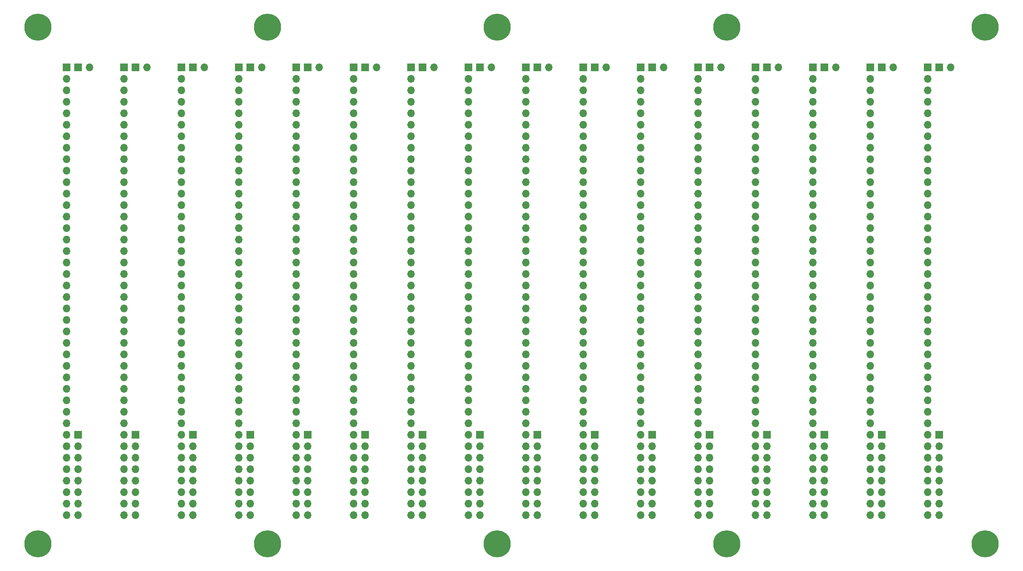
<source format=gbr>
%TF.GenerationSoftware,KiCad,Pcbnew,7.0.5*%
%TF.CreationDate,2024-09-17T03:27:58-04:00*%
%TF.ProjectId,motherboard,6d6f7468-6572-4626-9f61-72642e6b6963,rev?*%
%TF.SameCoordinates,Original*%
%TF.FileFunction,Copper,L2,Bot*%
%TF.FilePolarity,Positive*%
%FSLAX46Y46*%
G04 Gerber Fmt 4.6, Leading zero omitted, Abs format (unit mm)*
G04 Created by KiCad (PCBNEW 7.0.5) date 2024-09-17 03:27:58*
%MOMM*%
%LPD*%
G01*
G04 APERTURE LIST*
%TA.AperFunction,ComponentPad*%
%ADD10R,1.700000X1.700000*%
%TD*%
%TA.AperFunction,ComponentPad*%
%ADD11O,1.700000X1.700000*%
%TD*%
%TA.AperFunction,ViaPad*%
%ADD12C,6.000000*%
%TD*%
G04 APERTURE END LIST*
D10*
%TO.P,J31,1,Pin_1*%
%TO.N,/5V_rawQ*%
X241300000Y-46990000D03*
D11*
%TO.P,J31,2,Pin_2*%
%TO.N,GND*%
X241300000Y-49530000D03*
%TO.P,J31,3,Pin_3*%
%TO.N,/clk*%
X241300000Y-52070000D03*
%TO.P,J31,4,Pin_4*%
%TO.N,/reset_n*%
X241300000Y-54610000D03*
%TO.P,J31,5,Pin_5*%
%TO.N,/A*%
X241300000Y-57150000D03*
%TO.P,J31,6,Pin_6*%
%TO.N,/B*%
X241300000Y-59690000D03*
%TO.P,J31,7,Pin_7*%
%TO.N,/C*%
X241300000Y-62230000D03*
%TO.P,J31,8,Pin_8*%
%TO.N,/D*%
X241300000Y-64770000D03*
%TO.P,J31,9,Pin_9*%
%TO.N,/Data_Bus_0_LSB*%
X241300000Y-67310000D03*
%TO.P,J31,10,Pin_10*%
%TO.N,/Data_Bus_1*%
X241300000Y-69850000D03*
%TO.P,J31,11,Pin_11*%
%TO.N,/Data_Bus_2*%
X241300000Y-72390000D03*
%TO.P,J31,12,Pin_12*%
%TO.N,/Data_Bus_3*%
X241300000Y-74930000D03*
%TO.P,J31,13,Pin_13*%
%TO.N,/Data_Bus_4*%
X241300000Y-77470000D03*
%TO.P,J31,14,Pin_14*%
%TO.N,/Data_Bus_5*%
X241300000Y-80010000D03*
%TO.P,J31,15,Pin_15*%
%TO.N,/Data_Bus_6*%
X241300000Y-82550000D03*
%TO.P,J31,16,Pin_16*%
%TO.N,/Data_Bus_7_MSB*%
X241300000Y-85090000D03*
%TO.P,J31,17,Pin_17*%
%TO.N,/Addr_0_LSB*%
X241300000Y-87630000D03*
%TO.P,J31,18,Pin_18*%
%TO.N,/Addr_1*%
X241300000Y-90170000D03*
%TO.P,J31,19,Pin_19*%
%TO.N,/Addr_2*%
X241300000Y-92710000D03*
%TO.P,J31,20,Pin_20*%
%TO.N,/Addr_3*%
X241300000Y-95250000D03*
%TO.P,J31,21,Pin_21*%
%TO.N,/Addr_4*%
X241300000Y-97790000D03*
%TO.P,J31,22,Pin_22*%
%TO.N,/Addr_5*%
X241300000Y-100330000D03*
%TO.P,J31,23,Pin_23*%
%TO.N,/Addr_6*%
X241300000Y-102870000D03*
%TO.P,J31,24,Pin_24*%
%TO.N,/Addr_7*%
X241300000Y-105410000D03*
%TO.P,J31,25,Pin_25*%
%TO.N,/Addr_8*%
X241300000Y-107950000D03*
%TO.P,J31,26,Pin_26*%
%TO.N,/Addr_9*%
X241300000Y-110490000D03*
%TO.P,J31,27,Pin_27*%
%TO.N,/Addr_10*%
X241300000Y-113030000D03*
%TO.P,J31,28,Pin_28*%
%TO.N,/Addr_11*%
X241300000Y-115570000D03*
%TO.P,J31,29,Pin_29*%
%TO.N,/Addr_12*%
X241300000Y-118110000D03*
%TO.P,J31,30,Pin_30*%
%TO.N,/Addr_13*%
X241300000Y-120650000D03*
%TO.P,J31,31,Pin_31*%
%TO.N,/Addr_14*%
X241300000Y-123190000D03*
%TO.P,J31,32,Pin_32*%
%TO.N,/Addr_15_MSB*%
X241300000Y-125730000D03*
%TO.P,J31,33,Pin_33*%
%TO.N,Net-(J31-Pin_33)*%
X241300000Y-128270000D03*
%TO.P,J31,34,Pin_34*%
%TO.N,Net-(J31-Pin_34)*%
X241300000Y-130810000D03*
%TO.P,J31,35,Pin_35*%
%TO.N,Net-(J31-Pin_35)*%
X241300000Y-133350000D03*
%TO.P,J31,36,Pin_36*%
%TO.N,Net-(J31-Pin_36)*%
X241300000Y-135890000D03*
%TO.P,J31,37,Pin_37*%
%TO.N,Net-(J31-Pin_37)*%
X241300000Y-138430000D03*
%TO.P,J31,38,Pin_38*%
%TO.N,Net-(J31-Pin_38)*%
X241300000Y-140970000D03*
%TO.P,J31,39,Pin_39*%
%TO.N,Net-(J31-Pin_39)*%
X241300000Y-143510000D03*
%TO.P,J31,40,Pin_40*%
%TO.N,Net-(J31-Pin_40)*%
X241300000Y-146050000D03*
%TD*%
D10*
%TO.P,J29,1,Pin_1*%
%TO.N,/5V_rawP*%
X228600000Y-46990000D03*
D11*
%TO.P,J29,2,Pin_2*%
%TO.N,GND*%
X228600000Y-49530000D03*
%TO.P,J29,3,Pin_3*%
%TO.N,/clk*%
X228600000Y-52070000D03*
%TO.P,J29,4,Pin_4*%
%TO.N,/reset_n*%
X228600000Y-54610000D03*
%TO.P,J29,5,Pin_5*%
%TO.N,/A*%
X228600000Y-57150000D03*
%TO.P,J29,6,Pin_6*%
%TO.N,/B*%
X228600000Y-59690000D03*
%TO.P,J29,7,Pin_7*%
%TO.N,/C*%
X228600000Y-62230000D03*
%TO.P,J29,8,Pin_8*%
%TO.N,/D*%
X228600000Y-64770000D03*
%TO.P,J29,9,Pin_9*%
%TO.N,/Data_Bus_0_LSB*%
X228600000Y-67310000D03*
%TO.P,J29,10,Pin_10*%
%TO.N,/Data_Bus_1*%
X228600000Y-69850000D03*
%TO.P,J29,11,Pin_11*%
%TO.N,/Data_Bus_2*%
X228600000Y-72390000D03*
%TO.P,J29,12,Pin_12*%
%TO.N,/Data_Bus_3*%
X228600000Y-74930000D03*
%TO.P,J29,13,Pin_13*%
%TO.N,/Data_Bus_4*%
X228600000Y-77470000D03*
%TO.P,J29,14,Pin_14*%
%TO.N,/Data_Bus_5*%
X228600000Y-80010000D03*
%TO.P,J29,15,Pin_15*%
%TO.N,/Data_Bus_6*%
X228600000Y-82550000D03*
%TO.P,J29,16,Pin_16*%
%TO.N,/Data_Bus_7_MSB*%
X228600000Y-85090000D03*
%TO.P,J29,17,Pin_17*%
%TO.N,/Addr_0_LSB*%
X228600000Y-87630000D03*
%TO.P,J29,18,Pin_18*%
%TO.N,/Addr_1*%
X228600000Y-90170000D03*
%TO.P,J29,19,Pin_19*%
%TO.N,/Addr_2*%
X228600000Y-92710000D03*
%TO.P,J29,20,Pin_20*%
%TO.N,/Addr_3*%
X228600000Y-95250000D03*
%TO.P,J29,21,Pin_21*%
%TO.N,/Addr_4*%
X228600000Y-97790000D03*
%TO.P,J29,22,Pin_22*%
%TO.N,/Addr_5*%
X228600000Y-100330000D03*
%TO.P,J29,23,Pin_23*%
%TO.N,/Addr_6*%
X228600000Y-102870000D03*
%TO.P,J29,24,Pin_24*%
%TO.N,/Addr_7*%
X228600000Y-105410000D03*
%TO.P,J29,25,Pin_25*%
%TO.N,/Addr_8*%
X228600000Y-107950000D03*
%TO.P,J29,26,Pin_26*%
%TO.N,/Addr_9*%
X228600000Y-110490000D03*
%TO.P,J29,27,Pin_27*%
%TO.N,/Addr_10*%
X228600000Y-113030000D03*
%TO.P,J29,28,Pin_28*%
%TO.N,/Addr_11*%
X228600000Y-115570000D03*
%TO.P,J29,29,Pin_29*%
%TO.N,/Addr_12*%
X228600000Y-118110000D03*
%TO.P,J29,30,Pin_30*%
%TO.N,/Addr_13*%
X228600000Y-120650000D03*
%TO.P,J29,31,Pin_31*%
%TO.N,/Addr_14*%
X228600000Y-123190000D03*
%TO.P,J29,32,Pin_32*%
%TO.N,/Addr_15_MSB*%
X228600000Y-125730000D03*
%TO.P,J29,33,Pin_33*%
%TO.N,Net-(J29-Pin_33)*%
X228600000Y-128270000D03*
%TO.P,J29,34,Pin_34*%
%TO.N,Net-(J29-Pin_34)*%
X228600000Y-130810000D03*
%TO.P,J29,35,Pin_35*%
%TO.N,Net-(J29-Pin_35)*%
X228600000Y-133350000D03*
%TO.P,J29,36,Pin_36*%
%TO.N,Net-(J29-Pin_36)*%
X228600000Y-135890000D03*
%TO.P,J29,37,Pin_37*%
%TO.N,Net-(J29-Pin_37)*%
X228600000Y-138430000D03*
%TO.P,J29,38,Pin_38*%
%TO.N,Net-(J29-Pin_38)*%
X228600000Y-140970000D03*
%TO.P,J29,39,Pin_39*%
%TO.N,Net-(J29-Pin_39)*%
X228600000Y-143510000D03*
%TO.P,J29,40,Pin_40*%
%TO.N,Net-(J29-Pin_40)*%
X228600000Y-146050000D03*
%TD*%
D10*
%TO.P,J27,1,Pin_1*%
%TO.N,/5V_rawO*%
X215900000Y-46990000D03*
D11*
%TO.P,J27,2,Pin_2*%
%TO.N,GND*%
X215900000Y-49530000D03*
%TO.P,J27,3,Pin_3*%
%TO.N,/clk*%
X215900000Y-52070000D03*
%TO.P,J27,4,Pin_4*%
%TO.N,/reset_n*%
X215900000Y-54610000D03*
%TO.P,J27,5,Pin_5*%
%TO.N,/A*%
X215900000Y-57150000D03*
%TO.P,J27,6,Pin_6*%
%TO.N,/B*%
X215900000Y-59690000D03*
%TO.P,J27,7,Pin_7*%
%TO.N,/C*%
X215900000Y-62230000D03*
%TO.P,J27,8,Pin_8*%
%TO.N,/D*%
X215900000Y-64770000D03*
%TO.P,J27,9,Pin_9*%
%TO.N,/Data_Bus_0_LSB*%
X215900000Y-67310000D03*
%TO.P,J27,10,Pin_10*%
%TO.N,/Data_Bus_1*%
X215900000Y-69850000D03*
%TO.P,J27,11,Pin_11*%
%TO.N,/Data_Bus_2*%
X215900000Y-72390000D03*
%TO.P,J27,12,Pin_12*%
%TO.N,/Data_Bus_3*%
X215900000Y-74930000D03*
%TO.P,J27,13,Pin_13*%
%TO.N,/Data_Bus_4*%
X215900000Y-77470000D03*
%TO.P,J27,14,Pin_14*%
%TO.N,/Data_Bus_5*%
X215900000Y-80010000D03*
%TO.P,J27,15,Pin_15*%
%TO.N,/Data_Bus_6*%
X215900000Y-82550000D03*
%TO.P,J27,16,Pin_16*%
%TO.N,/Data_Bus_7_MSB*%
X215900000Y-85090000D03*
%TO.P,J27,17,Pin_17*%
%TO.N,/Addr_0_LSB*%
X215900000Y-87630000D03*
%TO.P,J27,18,Pin_18*%
%TO.N,/Addr_1*%
X215900000Y-90170000D03*
%TO.P,J27,19,Pin_19*%
%TO.N,/Addr_2*%
X215900000Y-92710000D03*
%TO.P,J27,20,Pin_20*%
%TO.N,/Addr_3*%
X215900000Y-95250000D03*
%TO.P,J27,21,Pin_21*%
%TO.N,/Addr_4*%
X215900000Y-97790000D03*
%TO.P,J27,22,Pin_22*%
%TO.N,/Addr_5*%
X215900000Y-100330000D03*
%TO.P,J27,23,Pin_23*%
%TO.N,/Addr_6*%
X215900000Y-102870000D03*
%TO.P,J27,24,Pin_24*%
%TO.N,/Addr_7*%
X215900000Y-105410000D03*
%TO.P,J27,25,Pin_25*%
%TO.N,/Addr_8*%
X215900000Y-107950000D03*
%TO.P,J27,26,Pin_26*%
%TO.N,/Addr_9*%
X215900000Y-110490000D03*
%TO.P,J27,27,Pin_27*%
%TO.N,/Addr_10*%
X215900000Y-113030000D03*
%TO.P,J27,28,Pin_28*%
%TO.N,/Addr_11*%
X215900000Y-115570000D03*
%TO.P,J27,29,Pin_29*%
%TO.N,/Addr_12*%
X215900000Y-118110000D03*
%TO.P,J27,30,Pin_30*%
%TO.N,/Addr_13*%
X215900000Y-120650000D03*
%TO.P,J27,31,Pin_31*%
%TO.N,/Addr_14*%
X215900000Y-123190000D03*
%TO.P,J27,32,Pin_32*%
%TO.N,/Addr_15_MSB*%
X215900000Y-125730000D03*
%TO.P,J27,33,Pin_33*%
%TO.N,Net-(J27-Pin_33)*%
X215900000Y-128270000D03*
%TO.P,J27,34,Pin_34*%
%TO.N,Net-(J27-Pin_34)*%
X215900000Y-130810000D03*
%TO.P,J27,35,Pin_35*%
%TO.N,Net-(J27-Pin_35)*%
X215900000Y-133350000D03*
%TO.P,J27,36,Pin_36*%
%TO.N,Net-(J27-Pin_36)*%
X215900000Y-135890000D03*
%TO.P,J27,37,Pin_37*%
%TO.N,Net-(J27-Pin_37)*%
X215900000Y-138430000D03*
%TO.P,J27,38,Pin_38*%
%TO.N,Net-(J27-Pin_38)*%
X215900000Y-140970000D03*
%TO.P,J27,39,Pin_39*%
%TO.N,Net-(J27-Pin_39)*%
X215900000Y-143510000D03*
%TO.P,J27,40,Pin_40*%
%TO.N,Net-(J27-Pin_40)*%
X215900000Y-146050000D03*
%TD*%
D10*
%TO.P,J25,1,Pin_1*%
%TO.N,/5V_rawN*%
X203200000Y-46990000D03*
D11*
%TO.P,J25,2,Pin_2*%
%TO.N,GND*%
X203200000Y-49530000D03*
%TO.P,J25,3,Pin_3*%
%TO.N,/clk*%
X203200000Y-52070000D03*
%TO.P,J25,4,Pin_4*%
%TO.N,/reset_n*%
X203200000Y-54610000D03*
%TO.P,J25,5,Pin_5*%
%TO.N,/A*%
X203200000Y-57150000D03*
%TO.P,J25,6,Pin_6*%
%TO.N,/B*%
X203200000Y-59690000D03*
%TO.P,J25,7,Pin_7*%
%TO.N,/C*%
X203200000Y-62230000D03*
%TO.P,J25,8,Pin_8*%
%TO.N,/D*%
X203200000Y-64770000D03*
%TO.P,J25,9,Pin_9*%
%TO.N,/Data_Bus_0_LSB*%
X203200000Y-67310000D03*
%TO.P,J25,10,Pin_10*%
%TO.N,/Data_Bus_1*%
X203200000Y-69850000D03*
%TO.P,J25,11,Pin_11*%
%TO.N,/Data_Bus_2*%
X203200000Y-72390000D03*
%TO.P,J25,12,Pin_12*%
%TO.N,/Data_Bus_3*%
X203200000Y-74930000D03*
%TO.P,J25,13,Pin_13*%
%TO.N,/Data_Bus_4*%
X203200000Y-77470000D03*
%TO.P,J25,14,Pin_14*%
%TO.N,/Data_Bus_5*%
X203200000Y-80010000D03*
%TO.P,J25,15,Pin_15*%
%TO.N,/Data_Bus_6*%
X203200000Y-82550000D03*
%TO.P,J25,16,Pin_16*%
%TO.N,/Data_Bus_7_MSB*%
X203200000Y-85090000D03*
%TO.P,J25,17,Pin_17*%
%TO.N,/Addr_0_LSB*%
X203200000Y-87630000D03*
%TO.P,J25,18,Pin_18*%
%TO.N,/Addr_1*%
X203200000Y-90170000D03*
%TO.P,J25,19,Pin_19*%
%TO.N,/Addr_2*%
X203200000Y-92710000D03*
%TO.P,J25,20,Pin_20*%
%TO.N,/Addr_3*%
X203200000Y-95250000D03*
%TO.P,J25,21,Pin_21*%
%TO.N,/Addr_4*%
X203200000Y-97790000D03*
%TO.P,J25,22,Pin_22*%
%TO.N,/Addr_5*%
X203200000Y-100330000D03*
%TO.P,J25,23,Pin_23*%
%TO.N,/Addr_6*%
X203200000Y-102870000D03*
%TO.P,J25,24,Pin_24*%
%TO.N,/Addr_7*%
X203200000Y-105410000D03*
%TO.P,J25,25,Pin_25*%
%TO.N,/Addr_8*%
X203200000Y-107950000D03*
%TO.P,J25,26,Pin_26*%
%TO.N,/Addr_9*%
X203200000Y-110490000D03*
%TO.P,J25,27,Pin_27*%
%TO.N,/Addr_10*%
X203200000Y-113030000D03*
%TO.P,J25,28,Pin_28*%
%TO.N,/Addr_11*%
X203200000Y-115570000D03*
%TO.P,J25,29,Pin_29*%
%TO.N,/Addr_12*%
X203200000Y-118110000D03*
%TO.P,J25,30,Pin_30*%
%TO.N,/Addr_13*%
X203200000Y-120650000D03*
%TO.P,J25,31,Pin_31*%
%TO.N,/Addr_14*%
X203200000Y-123190000D03*
%TO.P,J25,32,Pin_32*%
%TO.N,/Addr_15_MSB*%
X203200000Y-125730000D03*
%TO.P,J25,33,Pin_33*%
%TO.N,Net-(J25-Pin_33)*%
X203200000Y-128270000D03*
%TO.P,J25,34,Pin_34*%
%TO.N,Net-(J25-Pin_34)*%
X203200000Y-130810000D03*
%TO.P,J25,35,Pin_35*%
%TO.N,Net-(J25-Pin_35)*%
X203200000Y-133350000D03*
%TO.P,J25,36,Pin_36*%
%TO.N,Net-(J25-Pin_36)*%
X203200000Y-135890000D03*
%TO.P,J25,37,Pin_37*%
%TO.N,Net-(J25-Pin_37)*%
X203200000Y-138430000D03*
%TO.P,J25,38,Pin_38*%
%TO.N,Net-(J25-Pin_38)*%
X203200000Y-140970000D03*
%TO.P,J25,39,Pin_39*%
%TO.N,Net-(J25-Pin_39)*%
X203200000Y-143510000D03*
%TO.P,J25,40,Pin_40*%
%TO.N,Net-(J25-Pin_40)*%
X203200000Y-146050000D03*
%TD*%
D10*
%TO.P,J23,1,Pin_1*%
%TO.N,/5V_rawM*%
X190500000Y-46990000D03*
D11*
%TO.P,J23,2,Pin_2*%
%TO.N,GND*%
X190500000Y-49530000D03*
%TO.P,J23,3,Pin_3*%
%TO.N,/clk*%
X190500000Y-52070000D03*
%TO.P,J23,4,Pin_4*%
%TO.N,/reset_n*%
X190500000Y-54610000D03*
%TO.P,J23,5,Pin_5*%
%TO.N,/A*%
X190500000Y-57150000D03*
%TO.P,J23,6,Pin_6*%
%TO.N,/B*%
X190500000Y-59690000D03*
%TO.P,J23,7,Pin_7*%
%TO.N,/C*%
X190500000Y-62230000D03*
%TO.P,J23,8,Pin_8*%
%TO.N,/D*%
X190500000Y-64770000D03*
%TO.P,J23,9,Pin_9*%
%TO.N,/Data_Bus_0_LSB*%
X190500000Y-67310000D03*
%TO.P,J23,10,Pin_10*%
%TO.N,/Data_Bus_1*%
X190500000Y-69850000D03*
%TO.P,J23,11,Pin_11*%
%TO.N,/Data_Bus_2*%
X190500000Y-72390000D03*
%TO.P,J23,12,Pin_12*%
%TO.N,/Data_Bus_3*%
X190500000Y-74930000D03*
%TO.P,J23,13,Pin_13*%
%TO.N,/Data_Bus_4*%
X190500000Y-77470000D03*
%TO.P,J23,14,Pin_14*%
%TO.N,/Data_Bus_5*%
X190500000Y-80010000D03*
%TO.P,J23,15,Pin_15*%
%TO.N,/Data_Bus_6*%
X190500000Y-82550000D03*
%TO.P,J23,16,Pin_16*%
%TO.N,/Data_Bus_7_MSB*%
X190500000Y-85090000D03*
%TO.P,J23,17,Pin_17*%
%TO.N,/Addr_0_LSB*%
X190500000Y-87630000D03*
%TO.P,J23,18,Pin_18*%
%TO.N,/Addr_1*%
X190500000Y-90170000D03*
%TO.P,J23,19,Pin_19*%
%TO.N,/Addr_2*%
X190500000Y-92710000D03*
%TO.P,J23,20,Pin_20*%
%TO.N,/Addr_3*%
X190500000Y-95250000D03*
%TO.P,J23,21,Pin_21*%
%TO.N,/Addr_4*%
X190500000Y-97790000D03*
%TO.P,J23,22,Pin_22*%
%TO.N,/Addr_5*%
X190500000Y-100330000D03*
%TO.P,J23,23,Pin_23*%
%TO.N,/Addr_6*%
X190500000Y-102870000D03*
%TO.P,J23,24,Pin_24*%
%TO.N,/Addr_7*%
X190500000Y-105410000D03*
%TO.P,J23,25,Pin_25*%
%TO.N,/Addr_8*%
X190500000Y-107950000D03*
%TO.P,J23,26,Pin_26*%
%TO.N,/Addr_9*%
X190500000Y-110490000D03*
%TO.P,J23,27,Pin_27*%
%TO.N,/Addr_10*%
X190500000Y-113030000D03*
%TO.P,J23,28,Pin_28*%
%TO.N,/Addr_11*%
X190500000Y-115570000D03*
%TO.P,J23,29,Pin_29*%
%TO.N,/Addr_12*%
X190500000Y-118110000D03*
%TO.P,J23,30,Pin_30*%
%TO.N,/Addr_13*%
X190500000Y-120650000D03*
%TO.P,J23,31,Pin_31*%
%TO.N,/Addr_14*%
X190500000Y-123190000D03*
%TO.P,J23,32,Pin_32*%
%TO.N,/Addr_15_MSB*%
X190500000Y-125730000D03*
%TO.P,J23,33,Pin_33*%
%TO.N,Net-(J23-Pin_33)*%
X190500000Y-128270000D03*
%TO.P,J23,34,Pin_34*%
%TO.N,Net-(J23-Pin_34)*%
X190500000Y-130810000D03*
%TO.P,J23,35,Pin_35*%
%TO.N,Net-(J23-Pin_35)*%
X190500000Y-133350000D03*
%TO.P,J23,36,Pin_36*%
%TO.N,Net-(J23-Pin_36)*%
X190500000Y-135890000D03*
%TO.P,J23,37,Pin_37*%
%TO.N,Net-(J23-Pin_37)*%
X190500000Y-138430000D03*
%TO.P,J23,38,Pin_38*%
%TO.N,Net-(J23-Pin_38)*%
X190500000Y-140970000D03*
%TO.P,J23,39,Pin_39*%
%TO.N,Net-(J23-Pin_39)*%
X190500000Y-143510000D03*
%TO.P,J23,40,Pin_40*%
%TO.N,Net-(J23-Pin_40)*%
X190500000Y-146050000D03*
%TD*%
D10*
%TO.P,J21,1,Pin_1*%
%TO.N,/5V_rawL*%
X177800000Y-46990000D03*
D11*
%TO.P,J21,2,Pin_2*%
%TO.N,GND*%
X177800000Y-49530000D03*
%TO.P,J21,3,Pin_3*%
%TO.N,/clk*%
X177800000Y-52070000D03*
%TO.P,J21,4,Pin_4*%
%TO.N,/reset_n*%
X177800000Y-54610000D03*
%TO.P,J21,5,Pin_5*%
%TO.N,/A*%
X177800000Y-57150000D03*
%TO.P,J21,6,Pin_6*%
%TO.N,/B*%
X177800000Y-59690000D03*
%TO.P,J21,7,Pin_7*%
%TO.N,/C*%
X177800000Y-62230000D03*
%TO.P,J21,8,Pin_8*%
%TO.N,/D*%
X177800000Y-64770000D03*
%TO.P,J21,9,Pin_9*%
%TO.N,/Data_Bus_0_LSB*%
X177800000Y-67310000D03*
%TO.P,J21,10,Pin_10*%
%TO.N,/Data_Bus_1*%
X177800000Y-69850000D03*
%TO.P,J21,11,Pin_11*%
%TO.N,/Data_Bus_2*%
X177800000Y-72390000D03*
%TO.P,J21,12,Pin_12*%
%TO.N,/Data_Bus_3*%
X177800000Y-74930000D03*
%TO.P,J21,13,Pin_13*%
%TO.N,/Data_Bus_4*%
X177800000Y-77470000D03*
%TO.P,J21,14,Pin_14*%
%TO.N,/Data_Bus_5*%
X177800000Y-80010000D03*
%TO.P,J21,15,Pin_15*%
%TO.N,/Data_Bus_6*%
X177800000Y-82550000D03*
%TO.P,J21,16,Pin_16*%
%TO.N,/Data_Bus_7_MSB*%
X177800000Y-85090000D03*
%TO.P,J21,17,Pin_17*%
%TO.N,/Addr_0_LSB*%
X177800000Y-87630000D03*
%TO.P,J21,18,Pin_18*%
%TO.N,/Addr_1*%
X177800000Y-90170000D03*
%TO.P,J21,19,Pin_19*%
%TO.N,/Addr_2*%
X177800000Y-92710000D03*
%TO.P,J21,20,Pin_20*%
%TO.N,/Addr_3*%
X177800000Y-95250000D03*
%TO.P,J21,21,Pin_21*%
%TO.N,/Addr_4*%
X177800000Y-97790000D03*
%TO.P,J21,22,Pin_22*%
%TO.N,/Addr_5*%
X177800000Y-100330000D03*
%TO.P,J21,23,Pin_23*%
%TO.N,/Addr_6*%
X177800000Y-102870000D03*
%TO.P,J21,24,Pin_24*%
%TO.N,/Addr_7*%
X177800000Y-105410000D03*
%TO.P,J21,25,Pin_25*%
%TO.N,/Addr_8*%
X177800000Y-107950000D03*
%TO.P,J21,26,Pin_26*%
%TO.N,/Addr_9*%
X177800000Y-110490000D03*
%TO.P,J21,27,Pin_27*%
%TO.N,/Addr_10*%
X177800000Y-113030000D03*
%TO.P,J21,28,Pin_28*%
%TO.N,/Addr_11*%
X177800000Y-115570000D03*
%TO.P,J21,29,Pin_29*%
%TO.N,/Addr_12*%
X177800000Y-118110000D03*
%TO.P,J21,30,Pin_30*%
%TO.N,/Addr_13*%
X177800000Y-120650000D03*
%TO.P,J21,31,Pin_31*%
%TO.N,/Addr_14*%
X177800000Y-123190000D03*
%TO.P,J21,32,Pin_32*%
%TO.N,/Addr_15_MSB*%
X177800000Y-125730000D03*
%TO.P,J21,33,Pin_33*%
%TO.N,Net-(J21-Pin_33)*%
X177800000Y-128270000D03*
%TO.P,J21,34,Pin_34*%
%TO.N,Net-(J21-Pin_34)*%
X177800000Y-130810000D03*
%TO.P,J21,35,Pin_35*%
%TO.N,Net-(J21-Pin_35)*%
X177800000Y-133350000D03*
%TO.P,J21,36,Pin_36*%
%TO.N,Net-(J21-Pin_36)*%
X177800000Y-135890000D03*
%TO.P,J21,37,Pin_37*%
%TO.N,Net-(J21-Pin_37)*%
X177800000Y-138430000D03*
%TO.P,J21,38,Pin_38*%
%TO.N,Net-(J21-Pin_38)*%
X177800000Y-140970000D03*
%TO.P,J21,39,Pin_39*%
%TO.N,Net-(J21-Pin_39)*%
X177800000Y-143510000D03*
%TO.P,J21,40,Pin_40*%
%TO.N,Net-(J21-Pin_40)*%
X177800000Y-146050000D03*
%TD*%
D10*
%TO.P,J19,1,Pin_1*%
%TO.N,/5V_rawK*%
X165100000Y-46990000D03*
D11*
%TO.P,J19,2,Pin_2*%
%TO.N,GND*%
X165100000Y-49530000D03*
%TO.P,J19,3,Pin_3*%
%TO.N,/clk*%
X165100000Y-52070000D03*
%TO.P,J19,4,Pin_4*%
%TO.N,/reset_n*%
X165100000Y-54610000D03*
%TO.P,J19,5,Pin_5*%
%TO.N,/A*%
X165100000Y-57150000D03*
%TO.P,J19,6,Pin_6*%
%TO.N,/B*%
X165100000Y-59690000D03*
%TO.P,J19,7,Pin_7*%
%TO.N,/C*%
X165100000Y-62230000D03*
%TO.P,J19,8,Pin_8*%
%TO.N,/D*%
X165100000Y-64770000D03*
%TO.P,J19,9,Pin_9*%
%TO.N,/Data_Bus_0_LSB*%
X165100000Y-67310000D03*
%TO.P,J19,10,Pin_10*%
%TO.N,/Data_Bus_1*%
X165100000Y-69850000D03*
%TO.P,J19,11,Pin_11*%
%TO.N,/Data_Bus_2*%
X165100000Y-72390000D03*
%TO.P,J19,12,Pin_12*%
%TO.N,/Data_Bus_3*%
X165100000Y-74930000D03*
%TO.P,J19,13,Pin_13*%
%TO.N,/Data_Bus_4*%
X165100000Y-77470000D03*
%TO.P,J19,14,Pin_14*%
%TO.N,/Data_Bus_5*%
X165100000Y-80010000D03*
%TO.P,J19,15,Pin_15*%
%TO.N,/Data_Bus_6*%
X165100000Y-82550000D03*
%TO.P,J19,16,Pin_16*%
%TO.N,/Data_Bus_7_MSB*%
X165100000Y-85090000D03*
%TO.P,J19,17,Pin_17*%
%TO.N,/Addr_0_LSB*%
X165100000Y-87630000D03*
%TO.P,J19,18,Pin_18*%
%TO.N,/Addr_1*%
X165100000Y-90170000D03*
%TO.P,J19,19,Pin_19*%
%TO.N,/Addr_2*%
X165100000Y-92710000D03*
%TO.P,J19,20,Pin_20*%
%TO.N,/Addr_3*%
X165100000Y-95250000D03*
%TO.P,J19,21,Pin_21*%
%TO.N,/Addr_4*%
X165100000Y-97790000D03*
%TO.P,J19,22,Pin_22*%
%TO.N,/Addr_5*%
X165100000Y-100330000D03*
%TO.P,J19,23,Pin_23*%
%TO.N,/Addr_6*%
X165100000Y-102870000D03*
%TO.P,J19,24,Pin_24*%
%TO.N,/Addr_7*%
X165100000Y-105410000D03*
%TO.P,J19,25,Pin_25*%
%TO.N,/Addr_8*%
X165100000Y-107950000D03*
%TO.P,J19,26,Pin_26*%
%TO.N,/Addr_9*%
X165100000Y-110490000D03*
%TO.P,J19,27,Pin_27*%
%TO.N,/Addr_10*%
X165100000Y-113030000D03*
%TO.P,J19,28,Pin_28*%
%TO.N,/Addr_11*%
X165100000Y-115570000D03*
%TO.P,J19,29,Pin_29*%
%TO.N,/Addr_12*%
X165100000Y-118110000D03*
%TO.P,J19,30,Pin_30*%
%TO.N,/Addr_13*%
X165100000Y-120650000D03*
%TO.P,J19,31,Pin_31*%
%TO.N,/Addr_14*%
X165100000Y-123190000D03*
%TO.P,J19,32,Pin_32*%
%TO.N,/Addr_15_MSB*%
X165100000Y-125730000D03*
%TO.P,J19,33,Pin_33*%
%TO.N,Net-(J19-Pin_33)*%
X165100000Y-128270000D03*
%TO.P,J19,34,Pin_34*%
%TO.N,Net-(J19-Pin_34)*%
X165100000Y-130810000D03*
%TO.P,J19,35,Pin_35*%
%TO.N,Net-(J19-Pin_35)*%
X165100000Y-133350000D03*
%TO.P,J19,36,Pin_36*%
%TO.N,Net-(J19-Pin_36)*%
X165100000Y-135890000D03*
%TO.P,J19,37,Pin_37*%
%TO.N,Net-(J19-Pin_37)*%
X165100000Y-138430000D03*
%TO.P,J19,38,Pin_38*%
%TO.N,Net-(J19-Pin_38)*%
X165100000Y-140970000D03*
%TO.P,J19,39,Pin_39*%
%TO.N,Net-(J19-Pin_39)*%
X165100000Y-143510000D03*
%TO.P,J19,40,Pin_40*%
%TO.N,Net-(J19-Pin_40)*%
X165100000Y-146050000D03*
%TD*%
D10*
%TO.P,J17,1,Pin_1*%
%TO.N,/5V_rawJ*%
X152400000Y-46990000D03*
D11*
%TO.P,J17,2,Pin_2*%
%TO.N,GND*%
X152400000Y-49530000D03*
%TO.P,J17,3,Pin_3*%
%TO.N,/clk*%
X152400000Y-52070000D03*
%TO.P,J17,4,Pin_4*%
%TO.N,/reset_n*%
X152400000Y-54610000D03*
%TO.P,J17,5,Pin_5*%
%TO.N,/A*%
X152400000Y-57150000D03*
%TO.P,J17,6,Pin_6*%
%TO.N,/B*%
X152400000Y-59690000D03*
%TO.P,J17,7,Pin_7*%
%TO.N,/C*%
X152400000Y-62230000D03*
%TO.P,J17,8,Pin_8*%
%TO.N,/D*%
X152400000Y-64770000D03*
%TO.P,J17,9,Pin_9*%
%TO.N,/Data_Bus_0_LSB*%
X152400000Y-67310000D03*
%TO.P,J17,10,Pin_10*%
%TO.N,/Data_Bus_1*%
X152400000Y-69850000D03*
%TO.P,J17,11,Pin_11*%
%TO.N,/Data_Bus_2*%
X152400000Y-72390000D03*
%TO.P,J17,12,Pin_12*%
%TO.N,/Data_Bus_3*%
X152400000Y-74930000D03*
%TO.P,J17,13,Pin_13*%
%TO.N,/Data_Bus_4*%
X152400000Y-77470000D03*
%TO.P,J17,14,Pin_14*%
%TO.N,/Data_Bus_5*%
X152400000Y-80010000D03*
%TO.P,J17,15,Pin_15*%
%TO.N,/Data_Bus_6*%
X152400000Y-82550000D03*
%TO.P,J17,16,Pin_16*%
%TO.N,/Data_Bus_7_MSB*%
X152400000Y-85090000D03*
%TO.P,J17,17,Pin_17*%
%TO.N,/Addr_0_LSB*%
X152400000Y-87630000D03*
%TO.P,J17,18,Pin_18*%
%TO.N,/Addr_1*%
X152400000Y-90170000D03*
%TO.P,J17,19,Pin_19*%
%TO.N,/Addr_2*%
X152400000Y-92710000D03*
%TO.P,J17,20,Pin_20*%
%TO.N,/Addr_3*%
X152400000Y-95250000D03*
%TO.P,J17,21,Pin_21*%
%TO.N,/Addr_4*%
X152400000Y-97790000D03*
%TO.P,J17,22,Pin_22*%
%TO.N,/Addr_5*%
X152400000Y-100330000D03*
%TO.P,J17,23,Pin_23*%
%TO.N,/Addr_6*%
X152400000Y-102870000D03*
%TO.P,J17,24,Pin_24*%
%TO.N,/Addr_7*%
X152400000Y-105410000D03*
%TO.P,J17,25,Pin_25*%
%TO.N,/Addr_8*%
X152400000Y-107950000D03*
%TO.P,J17,26,Pin_26*%
%TO.N,/Addr_9*%
X152400000Y-110490000D03*
%TO.P,J17,27,Pin_27*%
%TO.N,/Addr_10*%
X152400000Y-113030000D03*
%TO.P,J17,28,Pin_28*%
%TO.N,/Addr_11*%
X152400000Y-115570000D03*
%TO.P,J17,29,Pin_29*%
%TO.N,/Addr_12*%
X152400000Y-118110000D03*
%TO.P,J17,30,Pin_30*%
%TO.N,/Addr_13*%
X152400000Y-120650000D03*
%TO.P,J17,31,Pin_31*%
%TO.N,/Addr_14*%
X152400000Y-123190000D03*
%TO.P,J17,32,Pin_32*%
%TO.N,/Addr_15_MSB*%
X152400000Y-125730000D03*
%TO.P,J17,33,Pin_33*%
%TO.N,Net-(J17-Pin_33)*%
X152400000Y-128270000D03*
%TO.P,J17,34,Pin_34*%
%TO.N,Net-(J17-Pin_34)*%
X152400000Y-130810000D03*
%TO.P,J17,35,Pin_35*%
%TO.N,Net-(J17-Pin_35)*%
X152400000Y-133350000D03*
%TO.P,J17,36,Pin_36*%
%TO.N,Net-(J17-Pin_36)*%
X152400000Y-135890000D03*
%TO.P,J17,37,Pin_37*%
%TO.N,Net-(J17-Pin_37)*%
X152400000Y-138430000D03*
%TO.P,J17,38,Pin_38*%
%TO.N,Net-(J17-Pin_38)*%
X152400000Y-140970000D03*
%TO.P,J17,39,Pin_39*%
%TO.N,Net-(J17-Pin_39)*%
X152400000Y-143510000D03*
%TO.P,J17,40,Pin_40*%
%TO.N,Net-(J17-Pin_40)*%
X152400000Y-146050000D03*
%TD*%
D10*
%TO.P,J15,1,Pin_1*%
%TO.N,/5V_rawH*%
X139700000Y-46990000D03*
D11*
%TO.P,J15,2,Pin_2*%
%TO.N,GND*%
X139700000Y-49530000D03*
%TO.P,J15,3,Pin_3*%
%TO.N,/clk*%
X139700000Y-52070000D03*
%TO.P,J15,4,Pin_4*%
%TO.N,/reset_n*%
X139700000Y-54610000D03*
%TO.P,J15,5,Pin_5*%
%TO.N,/A*%
X139700000Y-57150000D03*
%TO.P,J15,6,Pin_6*%
%TO.N,/B*%
X139700000Y-59690000D03*
%TO.P,J15,7,Pin_7*%
%TO.N,/C*%
X139700000Y-62230000D03*
%TO.P,J15,8,Pin_8*%
%TO.N,/D*%
X139700000Y-64770000D03*
%TO.P,J15,9,Pin_9*%
%TO.N,/Data_Bus_0_LSB*%
X139700000Y-67310000D03*
%TO.P,J15,10,Pin_10*%
%TO.N,/Data_Bus_1*%
X139700000Y-69850000D03*
%TO.P,J15,11,Pin_11*%
%TO.N,/Data_Bus_2*%
X139700000Y-72390000D03*
%TO.P,J15,12,Pin_12*%
%TO.N,/Data_Bus_3*%
X139700000Y-74930000D03*
%TO.P,J15,13,Pin_13*%
%TO.N,/Data_Bus_4*%
X139700000Y-77470000D03*
%TO.P,J15,14,Pin_14*%
%TO.N,/Data_Bus_5*%
X139700000Y-80010000D03*
%TO.P,J15,15,Pin_15*%
%TO.N,/Data_Bus_6*%
X139700000Y-82550000D03*
%TO.P,J15,16,Pin_16*%
%TO.N,/Data_Bus_7_MSB*%
X139700000Y-85090000D03*
%TO.P,J15,17,Pin_17*%
%TO.N,/Addr_0_LSB*%
X139700000Y-87630000D03*
%TO.P,J15,18,Pin_18*%
%TO.N,/Addr_1*%
X139700000Y-90170000D03*
%TO.P,J15,19,Pin_19*%
%TO.N,/Addr_2*%
X139700000Y-92710000D03*
%TO.P,J15,20,Pin_20*%
%TO.N,/Addr_3*%
X139700000Y-95250000D03*
%TO.P,J15,21,Pin_21*%
%TO.N,/Addr_4*%
X139700000Y-97790000D03*
%TO.P,J15,22,Pin_22*%
%TO.N,/Addr_5*%
X139700000Y-100330000D03*
%TO.P,J15,23,Pin_23*%
%TO.N,/Addr_6*%
X139700000Y-102870000D03*
%TO.P,J15,24,Pin_24*%
%TO.N,/Addr_7*%
X139700000Y-105410000D03*
%TO.P,J15,25,Pin_25*%
%TO.N,/Addr_8*%
X139700000Y-107950000D03*
%TO.P,J15,26,Pin_26*%
%TO.N,/Addr_9*%
X139700000Y-110490000D03*
%TO.P,J15,27,Pin_27*%
%TO.N,/Addr_10*%
X139700000Y-113030000D03*
%TO.P,J15,28,Pin_28*%
%TO.N,/Addr_11*%
X139700000Y-115570000D03*
%TO.P,J15,29,Pin_29*%
%TO.N,/Addr_12*%
X139700000Y-118110000D03*
%TO.P,J15,30,Pin_30*%
%TO.N,/Addr_13*%
X139700000Y-120650000D03*
%TO.P,J15,31,Pin_31*%
%TO.N,/Addr_14*%
X139700000Y-123190000D03*
%TO.P,J15,32,Pin_32*%
%TO.N,/Addr_15_MSB*%
X139700000Y-125730000D03*
%TO.P,J15,33,Pin_33*%
%TO.N,Net-(J15-Pin_33)*%
X139700000Y-128270000D03*
%TO.P,J15,34,Pin_34*%
%TO.N,Net-(J15-Pin_34)*%
X139700000Y-130810000D03*
%TO.P,J15,35,Pin_35*%
%TO.N,Net-(J15-Pin_35)*%
X139700000Y-133350000D03*
%TO.P,J15,36,Pin_36*%
%TO.N,Net-(J15-Pin_36)*%
X139700000Y-135890000D03*
%TO.P,J15,37,Pin_37*%
%TO.N,Net-(J15-Pin_37)*%
X139700000Y-138430000D03*
%TO.P,J15,38,Pin_38*%
%TO.N,Net-(J15-Pin_38)*%
X139700000Y-140970000D03*
%TO.P,J15,39,Pin_39*%
%TO.N,Net-(J15-Pin_39)*%
X139700000Y-143510000D03*
%TO.P,J15,40,Pin_40*%
%TO.N,Net-(J15-Pin_40)*%
X139700000Y-146050000D03*
%TD*%
D10*
%TO.P,J13,1,Pin_1*%
%TO.N,/5V_rawG*%
X127000000Y-46990000D03*
D11*
%TO.P,J13,2,Pin_2*%
%TO.N,GND*%
X127000000Y-49530000D03*
%TO.P,J13,3,Pin_3*%
%TO.N,/clk*%
X127000000Y-52070000D03*
%TO.P,J13,4,Pin_4*%
%TO.N,/reset_n*%
X127000000Y-54610000D03*
%TO.P,J13,5,Pin_5*%
%TO.N,/A*%
X127000000Y-57150000D03*
%TO.P,J13,6,Pin_6*%
%TO.N,/B*%
X127000000Y-59690000D03*
%TO.P,J13,7,Pin_7*%
%TO.N,/C*%
X127000000Y-62230000D03*
%TO.P,J13,8,Pin_8*%
%TO.N,/D*%
X127000000Y-64770000D03*
%TO.P,J13,9,Pin_9*%
%TO.N,/Data_Bus_0_LSB*%
X127000000Y-67310000D03*
%TO.P,J13,10,Pin_10*%
%TO.N,/Data_Bus_1*%
X127000000Y-69850000D03*
%TO.P,J13,11,Pin_11*%
%TO.N,/Data_Bus_2*%
X127000000Y-72390000D03*
%TO.P,J13,12,Pin_12*%
%TO.N,/Data_Bus_3*%
X127000000Y-74930000D03*
%TO.P,J13,13,Pin_13*%
%TO.N,/Data_Bus_4*%
X127000000Y-77470000D03*
%TO.P,J13,14,Pin_14*%
%TO.N,/Data_Bus_5*%
X127000000Y-80010000D03*
%TO.P,J13,15,Pin_15*%
%TO.N,/Data_Bus_6*%
X127000000Y-82550000D03*
%TO.P,J13,16,Pin_16*%
%TO.N,/Data_Bus_7_MSB*%
X127000000Y-85090000D03*
%TO.P,J13,17,Pin_17*%
%TO.N,/Addr_0_LSB*%
X127000000Y-87630000D03*
%TO.P,J13,18,Pin_18*%
%TO.N,/Addr_1*%
X127000000Y-90170000D03*
%TO.P,J13,19,Pin_19*%
%TO.N,/Addr_2*%
X127000000Y-92710000D03*
%TO.P,J13,20,Pin_20*%
%TO.N,/Addr_3*%
X127000000Y-95250000D03*
%TO.P,J13,21,Pin_21*%
%TO.N,/Addr_4*%
X127000000Y-97790000D03*
%TO.P,J13,22,Pin_22*%
%TO.N,/Addr_5*%
X127000000Y-100330000D03*
%TO.P,J13,23,Pin_23*%
%TO.N,/Addr_6*%
X127000000Y-102870000D03*
%TO.P,J13,24,Pin_24*%
%TO.N,/Addr_7*%
X127000000Y-105410000D03*
%TO.P,J13,25,Pin_25*%
%TO.N,/Addr_8*%
X127000000Y-107950000D03*
%TO.P,J13,26,Pin_26*%
%TO.N,/Addr_9*%
X127000000Y-110490000D03*
%TO.P,J13,27,Pin_27*%
%TO.N,/Addr_10*%
X127000000Y-113030000D03*
%TO.P,J13,28,Pin_28*%
%TO.N,/Addr_11*%
X127000000Y-115570000D03*
%TO.P,J13,29,Pin_29*%
%TO.N,/Addr_12*%
X127000000Y-118110000D03*
%TO.P,J13,30,Pin_30*%
%TO.N,/Addr_13*%
X127000000Y-120650000D03*
%TO.P,J13,31,Pin_31*%
%TO.N,/Addr_14*%
X127000000Y-123190000D03*
%TO.P,J13,32,Pin_32*%
%TO.N,/Addr_15_MSB*%
X127000000Y-125730000D03*
%TO.P,J13,33,Pin_33*%
%TO.N,Net-(J13-Pin_33)*%
X127000000Y-128270000D03*
%TO.P,J13,34,Pin_34*%
%TO.N,Net-(J13-Pin_34)*%
X127000000Y-130810000D03*
%TO.P,J13,35,Pin_35*%
%TO.N,Net-(J13-Pin_35)*%
X127000000Y-133350000D03*
%TO.P,J13,36,Pin_36*%
%TO.N,Net-(J13-Pin_36)*%
X127000000Y-135890000D03*
%TO.P,J13,37,Pin_37*%
%TO.N,Net-(J13-Pin_37)*%
X127000000Y-138430000D03*
%TO.P,J13,38,Pin_38*%
%TO.N,Net-(J13-Pin_38)*%
X127000000Y-140970000D03*
%TO.P,J13,39,Pin_39*%
%TO.N,Net-(J13-Pin_39)*%
X127000000Y-143510000D03*
%TO.P,J13,40,Pin_40*%
%TO.N,Net-(J13-Pin_40)*%
X127000000Y-146050000D03*
%TD*%
D10*
%TO.P,J11,1,Pin_1*%
%TO.N,/5V_rawF*%
X114300000Y-46990000D03*
D11*
%TO.P,J11,2,Pin_2*%
%TO.N,GND*%
X114300000Y-49530000D03*
%TO.P,J11,3,Pin_3*%
%TO.N,/clk*%
X114300000Y-52070000D03*
%TO.P,J11,4,Pin_4*%
%TO.N,/reset_n*%
X114300000Y-54610000D03*
%TO.P,J11,5,Pin_5*%
%TO.N,/A*%
X114300000Y-57150000D03*
%TO.P,J11,6,Pin_6*%
%TO.N,/B*%
X114300000Y-59690000D03*
%TO.P,J11,7,Pin_7*%
%TO.N,/C*%
X114300000Y-62230000D03*
%TO.P,J11,8,Pin_8*%
%TO.N,/D*%
X114300000Y-64770000D03*
%TO.P,J11,9,Pin_9*%
%TO.N,/Data_Bus_0_LSB*%
X114300000Y-67310000D03*
%TO.P,J11,10,Pin_10*%
%TO.N,/Data_Bus_1*%
X114300000Y-69850000D03*
%TO.P,J11,11,Pin_11*%
%TO.N,/Data_Bus_2*%
X114300000Y-72390000D03*
%TO.P,J11,12,Pin_12*%
%TO.N,/Data_Bus_3*%
X114300000Y-74930000D03*
%TO.P,J11,13,Pin_13*%
%TO.N,/Data_Bus_4*%
X114300000Y-77470000D03*
%TO.P,J11,14,Pin_14*%
%TO.N,/Data_Bus_5*%
X114300000Y-80010000D03*
%TO.P,J11,15,Pin_15*%
%TO.N,/Data_Bus_6*%
X114300000Y-82550000D03*
%TO.P,J11,16,Pin_16*%
%TO.N,/Data_Bus_7_MSB*%
X114300000Y-85090000D03*
%TO.P,J11,17,Pin_17*%
%TO.N,/Addr_0_LSB*%
X114300000Y-87630000D03*
%TO.P,J11,18,Pin_18*%
%TO.N,/Addr_1*%
X114300000Y-90170000D03*
%TO.P,J11,19,Pin_19*%
%TO.N,/Addr_2*%
X114300000Y-92710000D03*
%TO.P,J11,20,Pin_20*%
%TO.N,/Addr_3*%
X114300000Y-95250000D03*
%TO.P,J11,21,Pin_21*%
%TO.N,/Addr_4*%
X114300000Y-97790000D03*
%TO.P,J11,22,Pin_22*%
%TO.N,/Addr_5*%
X114300000Y-100330000D03*
%TO.P,J11,23,Pin_23*%
%TO.N,/Addr_6*%
X114300000Y-102870000D03*
%TO.P,J11,24,Pin_24*%
%TO.N,/Addr_7*%
X114300000Y-105410000D03*
%TO.P,J11,25,Pin_25*%
%TO.N,/Addr_8*%
X114300000Y-107950000D03*
%TO.P,J11,26,Pin_26*%
%TO.N,/Addr_9*%
X114300000Y-110490000D03*
%TO.P,J11,27,Pin_27*%
%TO.N,/Addr_10*%
X114300000Y-113030000D03*
%TO.P,J11,28,Pin_28*%
%TO.N,/Addr_11*%
X114300000Y-115570000D03*
%TO.P,J11,29,Pin_29*%
%TO.N,/Addr_12*%
X114300000Y-118110000D03*
%TO.P,J11,30,Pin_30*%
%TO.N,/Addr_13*%
X114300000Y-120650000D03*
%TO.P,J11,31,Pin_31*%
%TO.N,/Addr_14*%
X114300000Y-123190000D03*
%TO.P,J11,32,Pin_32*%
%TO.N,/Addr_15_MSB*%
X114300000Y-125730000D03*
%TO.P,J11,33,Pin_33*%
%TO.N,Net-(J11-Pin_33)*%
X114300000Y-128270000D03*
%TO.P,J11,34,Pin_34*%
%TO.N,Net-(J11-Pin_34)*%
X114300000Y-130810000D03*
%TO.P,J11,35,Pin_35*%
%TO.N,Net-(J11-Pin_35)*%
X114300000Y-133350000D03*
%TO.P,J11,36,Pin_36*%
%TO.N,Net-(J11-Pin_36)*%
X114300000Y-135890000D03*
%TO.P,J11,37,Pin_37*%
%TO.N,Net-(J11-Pin_37)*%
X114300000Y-138430000D03*
%TO.P,J11,38,Pin_38*%
%TO.N,Net-(J11-Pin_38)*%
X114300000Y-140970000D03*
%TO.P,J11,39,Pin_39*%
%TO.N,Net-(J11-Pin_39)*%
X114300000Y-143510000D03*
%TO.P,J11,40,Pin_40*%
%TO.N,Net-(J11-Pin_40)*%
X114300000Y-146050000D03*
%TD*%
D10*
%TO.P,J9,1,Pin_1*%
%TO.N,/5V_rawE*%
X101600000Y-46990000D03*
D11*
%TO.P,J9,2,Pin_2*%
%TO.N,GND*%
X101600000Y-49530000D03*
%TO.P,J9,3,Pin_3*%
%TO.N,/clk*%
X101600000Y-52070000D03*
%TO.P,J9,4,Pin_4*%
%TO.N,/reset_n*%
X101600000Y-54610000D03*
%TO.P,J9,5,Pin_5*%
%TO.N,/A*%
X101600000Y-57150000D03*
%TO.P,J9,6,Pin_6*%
%TO.N,/B*%
X101600000Y-59690000D03*
%TO.P,J9,7,Pin_7*%
%TO.N,/C*%
X101600000Y-62230000D03*
%TO.P,J9,8,Pin_8*%
%TO.N,/D*%
X101600000Y-64770000D03*
%TO.P,J9,9,Pin_9*%
%TO.N,/Data_Bus_0_LSB*%
X101600000Y-67310000D03*
%TO.P,J9,10,Pin_10*%
%TO.N,/Data_Bus_1*%
X101600000Y-69850000D03*
%TO.P,J9,11,Pin_11*%
%TO.N,/Data_Bus_2*%
X101600000Y-72390000D03*
%TO.P,J9,12,Pin_12*%
%TO.N,/Data_Bus_3*%
X101600000Y-74930000D03*
%TO.P,J9,13,Pin_13*%
%TO.N,/Data_Bus_4*%
X101600000Y-77470000D03*
%TO.P,J9,14,Pin_14*%
%TO.N,/Data_Bus_5*%
X101600000Y-80010000D03*
%TO.P,J9,15,Pin_15*%
%TO.N,/Data_Bus_6*%
X101600000Y-82550000D03*
%TO.P,J9,16,Pin_16*%
%TO.N,/Data_Bus_7_MSB*%
X101600000Y-85090000D03*
%TO.P,J9,17,Pin_17*%
%TO.N,/Addr_0_LSB*%
X101600000Y-87630000D03*
%TO.P,J9,18,Pin_18*%
%TO.N,/Addr_1*%
X101600000Y-90170000D03*
%TO.P,J9,19,Pin_19*%
%TO.N,/Addr_2*%
X101600000Y-92710000D03*
%TO.P,J9,20,Pin_20*%
%TO.N,/Addr_3*%
X101600000Y-95250000D03*
%TO.P,J9,21,Pin_21*%
%TO.N,/Addr_4*%
X101600000Y-97790000D03*
%TO.P,J9,22,Pin_22*%
%TO.N,/Addr_5*%
X101600000Y-100330000D03*
%TO.P,J9,23,Pin_23*%
%TO.N,/Addr_6*%
X101600000Y-102870000D03*
%TO.P,J9,24,Pin_24*%
%TO.N,/Addr_7*%
X101600000Y-105410000D03*
%TO.P,J9,25,Pin_25*%
%TO.N,/Addr_8*%
X101600000Y-107950000D03*
%TO.P,J9,26,Pin_26*%
%TO.N,/Addr_9*%
X101600000Y-110490000D03*
%TO.P,J9,27,Pin_27*%
%TO.N,/Addr_10*%
X101600000Y-113030000D03*
%TO.P,J9,28,Pin_28*%
%TO.N,/Addr_11*%
X101600000Y-115570000D03*
%TO.P,J9,29,Pin_29*%
%TO.N,/Addr_12*%
X101600000Y-118110000D03*
%TO.P,J9,30,Pin_30*%
%TO.N,/Addr_13*%
X101600000Y-120650000D03*
%TO.P,J9,31,Pin_31*%
%TO.N,/Addr_14*%
X101600000Y-123190000D03*
%TO.P,J9,32,Pin_32*%
%TO.N,/Addr_15_MSB*%
X101600000Y-125730000D03*
%TO.P,J9,33,Pin_33*%
%TO.N,Net-(J10-Pin_1)*%
X101600000Y-128270000D03*
%TO.P,J9,34,Pin_34*%
%TO.N,Net-(J10-Pin_2)*%
X101600000Y-130810000D03*
%TO.P,J9,35,Pin_35*%
%TO.N,Net-(J10-Pin_3)*%
X101600000Y-133350000D03*
%TO.P,J9,36,Pin_36*%
%TO.N,Net-(J10-Pin_4)*%
X101600000Y-135890000D03*
%TO.P,J9,37,Pin_37*%
%TO.N,Net-(J10-Pin_5)*%
X101600000Y-138430000D03*
%TO.P,J9,38,Pin_38*%
%TO.N,Net-(J10-Pin_6)*%
X101600000Y-140970000D03*
%TO.P,J9,39,Pin_39*%
%TO.N,Net-(J10-Pin_7)*%
X101600000Y-143510000D03*
%TO.P,J9,40,Pin_40*%
%TO.N,Net-(J10-Pin_8)*%
X101600000Y-146050000D03*
%TD*%
D10*
%TO.P,J7,1,Pin_1*%
%TO.N,/5V_rawD*%
X88900000Y-46990000D03*
D11*
%TO.P,J7,2,Pin_2*%
%TO.N,GND*%
X88900000Y-49530000D03*
%TO.P,J7,3,Pin_3*%
%TO.N,/clk*%
X88900000Y-52070000D03*
%TO.P,J7,4,Pin_4*%
%TO.N,/reset_n*%
X88900000Y-54610000D03*
%TO.P,J7,5,Pin_5*%
%TO.N,/A*%
X88900000Y-57150000D03*
%TO.P,J7,6,Pin_6*%
%TO.N,/B*%
X88900000Y-59690000D03*
%TO.P,J7,7,Pin_7*%
%TO.N,/C*%
X88900000Y-62230000D03*
%TO.P,J7,8,Pin_8*%
%TO.N,/D*%
X88900000Y-64770000D03*
%TO.P,J7,9,Pin_9*%
%TO.N,/Data_Bus_0_LSB*%
X88900000Y-67310000D03*
%TO.P,J7,10,Pin_10*%
%TO.N,/Data_Bus_1*%
X88900000Y-69850000D03*
%TO.P,J7,11,Pin_11*%
%TO.N,/Data_Bus_2*%
X88900000Y-72390000D03*
%TO.P,J7,12,Pin_12*%
%TO.N,/Data_Bus_3*%
X88900000Y-74930000D03*
%TO.P,J7,13,Pin_13*%
%TO.N,/Data_Bus_4*%
X88900000Y-77470000D03*
%TO.P,J7,14,Pin_14*%
%TO.N,/Data_Bus_5*%
X88900000Y-80010000D03*
%TO.P,J7,15,Pin_15*%
%TO.N,/Data_Bus_6*%
X88900000Y-82550000D03*
%TO.P,J7,16,Pin_16*%
%TO.N,/Data_Bus_7_MSB*%
X88900000Y-85090000D03*
%TO.P,J7,17,Pin_17*%
%TO.N,/Addr_0_LSB*%
X88900000Y-87630000D03*
%TO.P,J7,18,Pin_18*%
%TO.N,/Addr_1*%
X88900000Y-90170000D03*
%TO.P,J7,19,Pin_19*%
%TO.N,/Addr_2*%
X88900000Y-92710000D03*
%TO.P,J7,20,Pin_20*%
%TO.N,/Addr_3*%
X88900000Y-95250000D03*
%TO.P,J7,21,Pin_21*%
%TO.N,/Addr_4*%
X88900000Y-97790000D03*
%TO.P,J7,22,Pin_22*%
%TO.N,/Addr_5*%
X88900000Y-100330000D03*
%TO.P,J7,23,Pin_23*%
%TO.N,/Addr_6*%
X88900000Y-102870000D03*
%TO.P,J7,24,Pin_24*%
%TO.N,/Addr_7*%
X88900000Y-105410000D03*
%TO.P,J7,25,Pin_25*%
%TO.N,/Addr_8*%
X88900000Y-107950000D03*
%TO.P,J7,26,Pin_26*%
%TO.N,/Addr_9*%
X88900000Y-110490000D03*
%TO.P,J7,27,Pin_27*%
%TO.N,/Addr_10*%
X88900000Y-113030000D03*
%TO.P,J7,28,Pin_28*%
%TO.N,/Addr_11*%
X88900000Y-115570000D03*
%TO.P,J7,29,Pin_29*%
%TO.N,/Addr_12*%
X88900000Y-118110000D03*
%TO.P,J7,30,Pin_30*%
%TO.N,/Addr_13*%
X88900000Y-120650000D03*
%TO.P,J7,31,Pin_31*%
%TO.N,/Addr_14*%
X88900000Y-123190000D03*
%TO.P,J7,32,Pin_32*%
%TO.N,/Addr_15_MSB*%
X88900000Y-125730000D03*
%TO.P,J7,33,Pin_33*%
%TO.N,Net-(J7-Pin_33)*%
X88900000Y-128270000D03*
%TO.P,J7,34,Pin_34*%
%TO.N,Net-(J7-Pin_34)*%
X88900000Y-130810000D03*
%TO.P,J7,35,Pin_35*%
%TO.N,Net-(J7-Pin_35)*%
X88900000Y-133350000D03*
%TO.P,J7,36,Pin_36*%
%TO.N,Net-(J7-Pin_36)*%
X88900000Y-135890000D03*
%TO.P,J7,37,Pin_37*%
%TO.N,Net-(J7-Pin_37)*%
X88900000Y-138430000D03*
%TO.P,J7,38,Pin_38*%
%TO.N,Net-(J7-Pin_38)*%
X88900000Y-140970000D03*
%TO.P,J7,39,Pin_39*%
%TO.N,Net-(J7-Pin_39)*%
X88900000Y-143510000D03*
%TO.P,J7,40,Pin_40*%
%TO.N,Net-(J7-Pin_40)*%
X88900000Y-146050000D03*
%TD*%
D10*
%TO.P,J5,1,Pin_1*%
%TO.N,/5V_rawC*%
X76200000Y-46990000D03*
D11*
%TO.P,J5,2,Pin_2*%
%TO.N,GND*%
X76200000Y-49530000D03*
%TO.P,J5,3,Pin_3*%
%TO.N,/clk*%
X76200000Y-52070000D03*
%TO.P,J5,4,Pin_4*%
%TO.N,/reset_n*%
X76200000Y-54610000D03*
%TO.P,J5,5,Pin_5*%
%TO.N,/A*%
X76200000Y-57150000D03*
%TO.P,J5,6,Pin_6*%
%TO.N,/B*%
X76200000Y-59690000D03*
%TO.P,J5,7,Pin_7*%
%TO.N,/C*%
X76200000Y-62230000D03*
%TO.P,J5,8,Pin_8*%
%TO.N,/D*%
X76200000Y-64770000D03*
%TO.P,J5,9,Pin_9*%
%TO.N,/Data_Bus_0_LSB*%
X76200000Y-67310000D03*
%TO.P,J5,10,Pin_10*%
%TO.N,/Data_Bus_1*%
X76200000Y-69850000D03*
%TO.P,J5,11,Pin_11*%
%TO.N,/Data_Bus_2*%
X76200000Y-72390000D03*
%TO.P,J5,12,Pin_12*%
%TO.N,/Data_Bus_3*%
X76200000Y-74930000D03*
%TO.P,J5,13,Pin_13*%
%TO.N,/Data_Bus_4*%
X76200000Y-77470000D03*
%TO.P,J5,14,Pin_14*%
%TO.N,/Data_Bus_5*%
X76200000Y-80010000D03*
%TO.P,J5,15,Pin_15*%
%TO.N,/Data_Bus_6*%
X76200000Y-82550000D03*
%TO.P,J5,16,Pin_16*%
%TO.N,/Data_Bus_7_MSB*%
X76200000Y-85090000D03*
%TO.P,J5,17,Pin_17*%
%TO.N,/Addr_0_LSB*%
X76200000Y-87630000D03*
%TO.P,J5,18,Pin_18*%
%TO.N,/Addr_1*%
X76200000Y-90170000D03*
%TO.P,J5,19,Pin_19*%
%TO.N,/Addr_2*%
X76200000Y-92710000D03*
%TO.P,J5,20,Pin_20*%
%TO.N,/Addr_3*%
X76200000Y-95250000D03*
%TO.P,J5,21,Pin_21*%
%TO.N,/Addr_4*%
X76200000Y-97790000D03*
%TO.P,J5,22,Pin_22*%
%TO.N,/Addr_5*%
X76200000Y-100330000D03*
%TO.P,J5,23,Pin_23*%
%TO.N,/Addr_6*%
X76200000Y-102870000D03*
%TO.P,J5,24,Pin_24*%
%TO.N,/Addr_7*%
X76200000Y-105410000D03*
%TO.P,J5,25,Pin_25*%
%TO.N,/Addr_8*%
X76200000Y-107950000D03*
%TO.P,J5,26,Pin_26*%
%TO.N,/Addr_9*%
X76200000Y-110490000D03*
%TO.P,J5,27,Pin_27*%
%TO.N,/Addr_10*%
X76200000Y-113030000D03*
%TO.P,J5,28,Pin_28*%
%TO.N,/Addr_11*%
X76200000Y-115570000D03*
%TO.P,J5,29,Pin_29*%
%TO.N,/Addr_12*%
X76200000Y-118110000D03*
%TO.P,J5,30,Pin_30*%
%TO.N,/Addr_13*%
X76200000Y-120650000D03*
%TO.P,J5,31,Pin_31*%
%TO.N,/Addr_14*%
X76200000Y-123190000D03*
%TO.P,J5,32,Pin_32*%
%TO.N,/Addr_15_MSB*%
X76200000Y-125730000D03*
%TO.P,J5,33,Pin_33*%
%TO.N,Net-(J5-Pin_33)*%
X76200000Y-128270000D03*
%TO.P,J5,34,Pin_34*%
%TO.N,Net-(J5-Pin_34)*%
X76200000Y-130810000D03*
%TO.P,J5,35,Pin_35*%
%TO.N,Net-(J5-Pin_35)*%
X76200000Y-133350000D03*
%TO.P,J5,36,Pin_36*%
%TO.N,Net-(J5-Pin_36)*%
X76200000Y-135890000D03*
%TO.P,J5,37,Pin_37*%
%TO.N,Net-(J5-Pin_37)*%
X76200000Y-138430000D03*
%TO.P,J5,38,Pin_38*%
%TO.N,Net-(J5-Pin_38)*%
X76200000Y-140970000D03*
%TO.P,J5,39,Pin_39*%
%TO.N,Net-(J5-Pin_39)*%
X76200000Y-143510000D03*
%TO.P,J5,40,Pin_40*%
%TO.N,Net-(J5-Pin_40)*%
X76200000Y-146050000D03*
%TD*%
D10*
%TO.P,J2,1,Pin_1*%
%TO.N,/5V_rawA*%
X63500000Y-46990000D03*
D11*
%TO.P,J2,2,Pin_2*%
%TO.N,GND*%
X63500000Y-49530000D03*
%TO.P,J2,3,Pin_3*%
%TO.N,/clk*%
X63500000Y-52070000D03*
%TO.P,J2,4,Pin_4*%
%TO.N,/reset_n*%
X63500000Y-54610000D03*
%TO.P,J2,5,Pin_5*%
%TO.N,/A*%
X63500000Y-57150000D03*
%TO.P,J2,6,Pin_6*%
%TO.N,/B*%
X63500000Y-59690000D03*
%TO.P,J2,7,Pin_7*%
%TO.N,/C*%
X63500000Y-62230000D03*
%TO.P,J2,8,Pin_8*%
%TO.N,/D*%
X63500000Y-64770000D03*
%TO.P,J2,9,Pin_9*%
%TO.N,/Data_Bus_0_LSB*%
X63500000Y-67310000D03*
%TO.P,J2,10,Pin_10*%
%TO.N,/Data_Bus_1*%
X63500000Y-69850000D03*
%TO.P,J2,11,Pin_11*%
%TO.N,/Data_Bus_2*%
X63500000Y-72390000D03*
%TO.P,J2,12,Pin_12*%
%TO.N,/Data_Bus_3*%
X63500000Y-74930000D03*
%TO.P,J2,13,Pin_13*%
%TO.N,/Data_Bus_4*%
X63500000Y-77470000D03*
%TO.P,J2,14,Pin_14*%
%TO.N,/Data_Bus_5*%
X63500000Y-80010000D03*
%TO.P,J2,15,Pin_15*%
%TO.N,/Data_Bus_6*%
X63500000Y-82550000D03*
%TO.P,J2,16,Pin_16*%
%TO.N,/Data_Bus_7_MSB*%
X63500000Y-85090000D03*
%TO.P,J2,17,Pin_17*%
%TO.N,/Addr_0_LSB*%
X63500000Y-87630000D03*
%TO.P,J2,18,Pin_18*%
%TO.N,/Addr_1*%
X63500000Y-90170000D03*
%TO.P,J2,19,Pin_19*%
%TO.N,/Addr_2*%
X63500000Y-92710000D03*
%TO.P,J2,20,Pin_20*%
%TO.N,/Addr_3*%
X63500000Y-95250000D03*
%TO.P,J2,21,Pin_21*%
%TO.N,/Addr_4*%
X63500000Y-97790000D03*
%TO.P,J2,22,Pin_22*%
%TO.N,/Addr_5*%
X63500000Y-100330000D03*
%TO.P,J2,23,Pin_23*%
%TO.N,/Addr_6*%
X63500000Y-102870000D03*
%TO.P,J2,24,Pin_24*%
%TO.N,/Addr_7*%
X63500000Y-105410000D03*
%TO.P,J2,25,Pin_25*%
%TO.N,/Addr_8*%
X63500000Y-107950000D03*
%TO.P,J2,26,Pin_26*%
%TO.N,/Addr_9*%
X63500000Y-110490000D03*
%TO.P,J2,27,Pin_27*%
%TO.N,/Addr_10*%
X63500000Y-113030000D03*
%TO.P,J2,28,Pin_28*%
%TO.N,/Addr_11*%
X63500000Y-115570000D03*
%TO.P,J2,29,Pin_29*%
%TO.N,/Addr_12*%
X63500000Y-118110000D03*
%TO.P,J2,30,Pin_30*%
%TO.N,/Addr_13*%
X63500000Y-120650000D03*
%TO.P,J2,31,Pin_31*%
%TO.N,/Addr_14*%
X63500000Y-123190000D03*
%TO.P,J2,32,Pin_32*%
%TO.N,/Addr_15_MSB*%
X63500000Y-125730000D03*
%TO.P,J2,33,Pin_33*%
%TO.N,Net-(J2-Pin_33)*%
X63500000Y-128270000D03*
%TO.P,J2,34,Pin_34*%
%TO.N,Net-(J2-Pin_34)*%
X63500000Y-130810000D03*
%TO.P,J2,35,Pin_35*%
%TO.N,Net-(J2-Pin_35)*%
X63500000Y-133350000D03*
%TO.P,J2,36,Pin_36*%
%TO.N,Net-(J2-Pin_36)*%
X63500000Y-135890000D03*
%TO.P,J2,37,Pin_37*%
%TO.N,Net-(J2-Pin_37)*%
X63500000Y-138430000D03*
%TO.P,J2,38,Pin_38*%
%TO.N,Net-(J2-Pin_38)*%
X63500000Y-140970000D03*
%TO.P,J2,39,Pin_39*%
%TO.N,Net-(J2-Pin_39)*%
X63500000Y-143510000D03*
%TO.P,J2,40,Pin_40*%
%TO.N,Net-(J2-Pin_40)*%
X63500000Y-146050000D03*
%TD*%
D10*
%TO.P,J1,1,Pin_1*%
%TO.N,/5V_rawB*%
X50800000Y-46990000D03*
D11*
%TO.P,J1,2,Pin_2*%
%TO.N,GND*%
X50800000Y-49530000D03*
%TO.P,J1,3,Pin_3*%
%TO.N,/clk*%
X50800000Y-52070000D03*
%TO.P,J1,4,Pin_4*%
%TO.N,/reset_n*%
X50800000Y-54610000D03*
%TO.P,J1,5,Pin_5*%
%TO.N,/A*%
X50800000Y-57150000D03*
%TO.P,J1,6,Pin_6*%
%TO.N,/B*%
X50800000Y-59690000D03*
%TO.P,J1,7,Pin_7*%
%TO.N,/C*%
X50800000Y-62230000D03*
%TO.P,J1,8,Pin_8*%
%TO.N,/D*%
X50800000Y-64770000D03*
%TO.P,J1,9,Pin_9*%
%TO.N,/Data_Bus_0_LSB*%
X50800000Y-67310000D03*
%TO.P,J1,10,Pin_10*%
%TO.N,/Data_Bus_1*%
X50800000Y-69850000D03*
%TO.P,J1,11,Pin_11*%
%TO.N,/Data_Bus_2*%
X50800000Y-72390000D03*
%TO.P,J1,12,Pin_12*%
%TO.N,/Data_Bus_3*%
X50800000Y-74930000D03*
%TO.P,J1,13,Pin_13*%
%TO.N,/Data_Bus_4*%
X50800000Y-77470000D03*
%TO.P,J1,14,Pin_14*%
%TO.N,/Data_Bus_5*%
X50800000Y-80010000D03*
%TO.P,J1,15,Pin_15*%
%TO.N,/Data_Bus_6*%
X50800000Y-82550000D03*
%TO.P,J1,16,Pin_16*%
%TO.N,/Data_Bus_7_MSB*%
X50800000Y-85090000D03*
%TO.P,J1,17,Pin_17*%
%TO.N,/Addr_0_LSB*%
X50800000Y-87630000D03*
%TO.P,J1,18,Pin_18*%
%TO.N,/Addr_1*%
X50800000Y-90170000D03*
%TO.P,J1,19,Pin_19*%
%TO.N,/Addr_2*%
X50800000Y-92710000D03*
%TO.P,J1,20,Pin_20*%
%TO.N,/Addr_3*%
X50800000Y-95250000D03*
%TO.P,J1,21,Pin_21*%
%TO.N,/Addr_4*%
X50800000Y-97790000D03*
%TO.P,J1,22,Pin_22*%
%TO.N,/Addr_5*%
X50800000Y-100330000D03*
%TO.P,J1,23,Pin_23*%
%TO.N,/Addr_6*%
X50800000Y-102870000D03*
%TO.P,J1,24,Pin_24*%
%TO.N,/Addr_7*%
X50800000Y-105410000D03*
%TO.P,J1,25,Pin_25*%
%TO.N,/Addr_8*%
X50800000Y-107950000D03*
%TO.P,J1,26,Pin_26*%
%TO.N,/Addr_9*%
X50800000Y-110490000D03*
%TO.P,J1,27,Pin_27*%
%TO.N,/Addr_10*%
X50800000Y-113030000D03*
%TO.P,J1,28,Pin_28*%
%TO.N,/Addr_11*%
X50800000Y-115570000D03*
%TO.P,J1,29,Pin_29*%
%TO.N,/Addr_12*%
X50800000Y-118110000D03*
%TO.P,J1,30,Pin_30*%
%TO.N,/Addr_13*%
X50800000Y-120650000D03*
%TO.P,J1,31,Pin_31*%
%TO.N,/Addr_14*%
X50800000Y-123190000D03*
%TO.P,J1,32,Pin_32*%
%TO.N,/Addr_15_MSB*%
X50800000Y-125730000D03*
%TO.P,J1,33,Pin_33*%
%TO.N,Net-(J1-Pin_33)*%
X50800000Y-128270000D03*
%TO.P,J1,34,Pin_34*%
%TO.N,Net-(J1-Pin_34)*%
X50800000Y-130810000D03*
%TO.P,J1,35,Pin_35*%
%TO.N,Net-(J1-Pin_35)*%
X50800000Y-133350000D03*
%TO.P,J1,36,Pin_36*%
%TO.N,Net-(J1-Pin_36)*%
X50800000Y-135890000D03*
%TO.P,J1,37,Pin_37*%
%TO.N,Net-(J1-Pin_37)*%
X50800000Y-138430000D03*
%TO.P,J1,38,Pin_38*%
%TO.N,Net-(J1-Pin_38)*%
X50800000Y-140970000D03*
%TO.P,J1,39,Pin_39*%
%TO.N,Net-(J1-Pin_39)*%
X50800000Y-143510000D03*
%TO.P,J1,40,Pin_40*%
%TO.N,Net-(J1-Pin_40)*%
X50800000Y-146050000D03*
%TD*%
D10*
%TO.P,J48,1,Pin_1*%
%TO.N,/5V_rawQ*%
X243840000Y-46990000D03*
D11*
%TO.P,J48,2,Pin_2*%
%TO.N,VCC*%
X246380000Y-46990000D03*
%TD*%
D10*
%TO.P,J47,1,Pin_1*%
%TO.N,/5V_rawP*%
X231140000Y-46990000D03*
D11*
%TO.P,J47,2,Pin_2*%
%TO.N,VCC*%
X233680000Y-46990000D03*
%TD*%
D10*
%TO.P,J46,1,Pin_1*%
%TO.N,/5V_rawO*%
X218440000Y-46990000D03*
D11*
%TO.P,J46,2,Pin_2*%
%TO.N,VCC*%
X220980000Y-46990000D03*
%TD*%
D10*
%TO.P,J45,1,Pin_1*%
%TO.N,/5V_rawN*%
X205740000Y-46990000D03*
D11*
%TO.P,J45,2,Pin_2*%
%TO.N,VCC*%
X208280000Y-46990000D03*
%TD*%
D10*
%TO.P,J44,1,Pin_1*%
%TO.N,/5V_rawM*%
X193040000Y-46990000D03*
D11*
%TO.P,J44,2,Pin_2*%
%TO.N,VCC*%
X195580000Y-46990000D03*
%TD*%
D10*
%TO.P,J43,1,Pin_1*%
%TO.N,/5V_rawL*%
X180340000Y-46990000D03*
D11*
%TO.P,J43,2,Pin_2*%
%TO.N,VCC*%
X182880000Y-46990000D03*
%TD*%
D10*
%TO.P,J42,1,Pin_1*%
%TO.N,/5V_rawK*%
X167640000Y-46990000D03*
D11*
%TO.P,J42,2,Pin_2*%
%TO.N,VCC*%
X170180000Y-46990000D03*
%TD*%
D10*
%TO.P,J41,1,Pin_1*%
%TO.N,/5V_rawJ*%
X154940000Y-46990000D03*
D11*
%TO.P,J41,2,Pin_2*%
%TO.N,VCC*%
X157480000Y-46990000D03*
%TD*%
D10*
%TO.P,J40,1,Pin_1*%
%TO.N,/5V_rawH*%
X142240000Y-46990000D03*
D11*
%TO.P,J40,2,Pin_2*%
%TO.N,VCC*%
X144780000Y-46990000D03*
%TD*%
D10*
%TO.P,J39,1,Pin_1*%
%TO.N,/5V_rawG*%
X129540000Y-46990000D03*
D11*
%TO.P,J39,2,Pin_2*%
%TO.N,VCC*%
X132080000Y-46990000D03*
%TD*%
D10*
%TO.P,J38,1,Pin_1*%
%TO.N,/5V_rawF*%
X116840000Y-46990000D03*
D11*
%TO.P,J38,2,Pin_2*%
%TO.N,VCC*%
X119380000Y-46990000D03*
%TD*%
D10*
%TO.P,J37,1,Pin_1*%
%TO.N,/5V_rawE*%
X104140000Y-46990000D03*
D11*
%TO.P,J37,2,Pin_2*%
%TO.N,VCC*%
X106680000Y-46990000D03*
%TD*%
D10*
%TO.P,J36,1,Pin_1*%
%TO.N,/5V_rawD*%
X91440000Y-46990000D03*
D11*
%TO.P,J36,2,Pin_2*%
%TO.N,VCC*%
X93980000Y-46990000D03*
%TD*%
D10*
%TO.P,J35,1,Pin_1*%
%TO.N,/5V_rawC*%
X78740000Y-46990000D03*
D11*
%TO.P,J35,2,Pin_2*%
%TO.N,VCC*%
X81280000Y-46990000D03*
%TD*%
D10*
%TO.P,J34,1,Pin_1*%
%TO.N,/5V_rawB*%
X53340000Y-46990000D03*
D11*
%TO.P,J34,2,Pin_2*%
%TO.N,VCC*%
X55880000Y-46990000D03*
%TD*%
D10*
%TO.P,J33,1,Pin_1*%
%TO.N,/5V_rawA*%
X66040000Y-46990000D03*
D11*
%TO.P,J33,2,Pin_2*%
%TO.N,VCC*%
X68580000Y-46990000D03*
%TD*%
D10*
%TO.P,J32,1,Pin_1*%
%TO.N,Net-(J31-Pin_33)*%
X243840000Y-128270000D03*
D11*
%TO.P,J32,2,Pin_2*%
%TO.N,Net-(J31-Pin_34)*%
X243840000Y-130810000D03*
%TO.P,J32,3,Pin_3*%
%TO.N,Net-(J31-Pin_35)*%
X243840000Y-133350000D03*
%TO.P,J32,4,Pin_4*%
%TO.N,Net-(J31-Pin_36)*%
X243840000Y-135890000D03*
%TO.P,J32,5,Pin_5*%
%TO.N,Net-(J31-Pin_37)*%
X243840000Y-138430000D03*
%TO.P,J32,6,Pin_6*%
%TO.N,Net-(J31-Pin_38)*%
X243840000Y-140970000D03*
%TO.P,J32,7,Pin_7*%
%TO.N,Net-(J31-Pin_39)*%
X243840000Y-143510000D03*
%TO.P,J32,8,Pin_8*%
%TO.N,Net-(J31-Pin_40)*%
X243840000Y-146050000D03*
%TD*%
D10*
%TO.P,J30,1,Pin_1*%
%TO.N,Net-(J29-Pin_33)*%
X231140000Y-128270000D03*
D11*
%TO.P,J30,2,Pin_2*%
%TO.N,Net-(J29-Pin_34)*%
X231140000Y-130810000D03*
%TO.P,J30,3,Pin_3*%
%TO.N,Net-(J29-Pin_35)*%
X231140000Y-133350000D03*
%TO.P,J30,4,Pin_4*%
%TO.N,Net-(J29-Pin_36)*%
X231140000Y-135890000D03*
%TO.P,J30,5,Pin_5*%
%TO.N,Net-(J29-Pin_37)*%
X231140000Y-138430000D03*
%TO.P,J30,6,Pin_6*%
%TO.N,Net-(J29-Pin_38)*%
X231140000Y-140970000D03*
%TO.P,J30,7,Pin_7*%
%TO.N,Net-(J29-Pin_39)*%
X231140000Y-143510000D03*
%TO.P,J30,8,Pin_8*%
%TO.N,Net-(J29-Pin_40)*%
X231140000Y-146050000D03*
%TD*%
D10*
%TO.P,J28,1,Pin_1*%
%TO.N,Net-(J27-Pin_33)*%
X218440000Y-128270000D03*
D11*
%TO.P,J28,2,Pin_2*%
%TO.N,Net-(J27-Pin_34)*%
X218440000Y-130810000D03*
%TO.P,J28,3,Pin_3*%
%TO.N,Net-(J27-Pin_35)*%
X218440000Y-133350000D03*
%TO.P,J28,4,Pin_4*%
%TO.N,Net-(J27-Pin_36)*%
X218440000Y-135890000D03*
%TO.P,J28,5,Pin_5*%
%TO.N,Net-(J27-Pin_37)*%
X218440000Y-138430000D03*
%TO.P,J28,6,Pin_6*%
%TO.N,Net-(J27-Pin_38)*%
X218440000Y-140970000D03*
%TO.P,J28,7,Pin_7*%
%TO.N,Net-(J27-Pin_39)*%
X218440000Y-143510000D03*
%TO.P,J28,8,Pin_8*%
%TO.N,Net-(J27-Pin_40)*%
X218440000Y-146050000D03*
%TD*%
D10*
%TO.P,J26,1,Pin_1*%
%TO.N,Net-(J25-Pin_33)*%
X205740000Y-128270000D03*
D11*
%TO.P,J26,2,Pin_2*%
%TO.N,Net-(J25-Pin_34)*%
X205740000Y-130810000D03*
%TO.P,J26,3,Pin_3*%
%TO.N,Net-(J25-Pin_35)*%
X205740000Y-133350000D03*
%TO.P,J26,4,Pin_4*%
%TO.N,Net-(J25-Pin_36)*%
X205740000Y-135890000D03*
%TO.P,J26,5,Pin_5*%
%TO.N,Net-(J25-Pin_37)*%
X205740000Y-138430000D03*
%TO.P,J26,6,Pin_6*%
%TO.N,Net-(J25-Pin_38)*%
X205740000Y-140970000D03*
%TO.P,J26,7,Pin_7*%
%TO.N,Net-(J25-Pin_39)*%
X205740000Y-143510000D03*
%TO.P,J26,8,Pin_8*%
%TO.N,Net-(J25-Pin_40)*%
X205740000Y-146050000D03*
%TD*%
D10*
%TO.P,J24,1,Pin_1*%
%TO.N,Net-(J23-Pin_33)*%
X193040000Y-128270000D03*
D11*
%TO.P,J24,2,Pin_2*%
%TO.N,Net-(J23-Pin_34)*%
X193040000Y-130810000D03*
%TO.P,J24,3,Pin_3*%
%TO.N,Net-(J23-Pin_35)*%
X193040000Y-133350000D03*
%TO.P,J24,4,Pin_4*%
%TO.N,Net-(J23-Pin_36)*%
X193040000Y-135890000D03*
%TO.P,J24,5,Pin_5*%
%TO.N,Net-(J23-Pin_37)*%
X193040000Y-138430000D03*
%TO.P,J24,6,Pin_6*%
%TO.N,Net-(J23-Pin_38)*%
X193040000Y-140970000D03*
%TO.P,J24,7,Pin_7*%
%TO.N,Net-(J23-Pin_39)*%
X193040000Y-143510000D03*
%TO.P,J24,8,Pin_8*%
%TO.N,Net-(J23-Pin_40)*%
X193040000Y-146050000D03*
%TD*%
D10*
%TO.P,J22,1,Pin_1*%
%TO.N,Net-(J21-Pin_33)*%
X180340000Y-128270000D03*
D11*
%TO.P,J22,2,Pin_2*%
%TO.N,Net-(J21-Pin_34)*%
X180340000Y-130810000D03*
%TO.P,J22,3,Pin_3*%
%TO.N,Net-(J21-Pin_35)*%
X180340000Y-133350000D03*
%TO.P,J22,4,Pin_4*%
%TO.N,Net-(J21-Pin_36)*%
X180340000Y-135890000D03*
%TO.P,J22,5,Pin_5*%
%TO.N,Net-(J21-Pin_37)*%
X180340000Y-138430000D03*
%TO.P,J22,6,Pin_6*%
%TO.N,Net-(J21-Pin_38)*%
X180340000Y-140970000D03*
%TO.P,J22,7,Pin_7*%
%TO.N,Net-(J21-Pin_39)*%
X180340000Y-143510000D03*
%TO.P,J22,8,Pin_8*%
%TO.N,Net-(J21-Pin_40)*%
X180340000Y-146050000D03*
%TD*%
D10*
%TO.P,J20,1,Pin_1*%
%TO.N,Net-(J19-Pin_33)*%
X167640000Y-128270000D03*
D11*
%TO.P,J20,2,Pin_2*%
%TO.N,Net-(J19-Pin_34)*%
X167640000Y-130810000D03*
%TO.P,J20,3,Pin_3*%
%TO.N,Net-(J19-Pin_35)*%
X167640000Y-133350000D03*
%TO.P,J20,4,Pin_4*%
%TO.N,Net-(J19-Pin_36)*%
X167640000Y-135890000D03*
%TO.P,J20,5,Pin_5*%
%TO.N,Net-(J19-Pin_37)*%
X167640000Y-138430000D03*
%TO.P,J20,6,Pin_6*%
%TO.N,Net-(J19-Pin_38)*%
X167640000Y-140970000D03*
%TO.P,J20,7,Pin_7*%
%TO.N,Net-(J19-Pin_39)*%
X167640000Y-143510000D03*
%TO.P,J20,8,Pin_8*%
%TO.N,Net-(J19-Pin_40)*%
X167640000Y-146050000D03*
%TD*%
D10*
%TO.P,J18,1,Pin_1*%
%TO.N,Net-(J17-Pin_33)*%
X154940000Y-128270000D03*
D11*
%TO.P,J18,2,Pin_2*%
%TO.N,Net-(J17-Pin_34)*%
X154940000Y-130810000D03*
%TO.P,J18,3,Pin_3*%
%TO.N,Net-(J17-Pin_35)*%
X154940000Y-133350000D03*
%TO.P,J18,4,Pin_4*%
%TO.N,Net-(J17-Pin_36)*%
X154940000Y-135890000D03*
%TO.P,J18,5,Pin_5*%
%TO.N,Net-(J17-Pin_37)*%
X154940000Y-138430000D03*
%TO.P,J18,6,Pin_6*%
%TO.N,Net-(J17-Pin_38)*%
X154940000Y-140970000D03*
%TO.P,J18,7,Pin_7*%
%TO.N,Net-(J17-Pin_39)*%
X154940000Y-143510000D03*
%TO.P,J18,8,Pin_8*%
%TO.N,Net-(J17-Pin_40)*%
X154940000Y-146050000D03*
%TD*%
D10*
%TO.P,J16,1,Pin_1*%
%TO.N,Net-(J15-Pin_33)*%
X142240000Y-128270000D03*
D11*
%TO.P,J16,2,Pin_2*%
%TO.N,Net-(J15-Pin_34)*%
X142240000Y-130810000D03*
%TO.P,J16,3,Pin_3*%
%TO.N,Net-(J15-Pin_35)*%
X142240000Y-133350000D03*
%TO.P,J16,4,Pin_4*%
%TO.N,Net-(J15-Pin_36)*%
X142240000Y-135890000D03*
%TO.P,J16,5,Pin_5*%
%TO.N,Net-(J15-Pin_37)*%
X142240000Y-138430000D03*
%TO.P,J16,6,Pin_6*%
%TO.N,Net-(J15-Pin_38)*%
X142240000Y-140970000D03*
%TO.P,J16,7,Pin_7*%
%TO.N,Net-(J15-Pin_39)*%
X142240000Y-143510000D03*
%TO.P,J16,8,Pin_8*%
%TO.N,Net-(J15-Pin_40)*%
X142240000Y-146050000D03*
%TD*%
D10*
%TO.P,J14,1,Pin_1*%
%TO.N,Net-(J13-Pin_33)*%
X129540000Y-128270000D03*
D11*
%TO.P,J14,2,Pin_2*%
%TO.N,Net-(J13-Pin_34)*%
X129540000Y-130810000D03*
%TO.P,J14,3,Pin_3*%
%TO.N,Net-(J13-Pin_35)*%
X129540000Y-133350000D03*
%TO.P,J14,4,Pin_4*%
%TO.N,Net-(J13-Pin_36)*%
X129540000Y-135890000D03*
%TO.P,J14,5,Pin_5*%
%TO.N,Net-(J13-Pin_37)*%
X129540000Y-138430000D03*
%TO.P,J14,6,Pin_6*%
%TO.N,Net-(J13-Pin_38)*%
X129540000Y-140970000D03*
%TO.P,J14,7,Pin_7*%
%TO.N,Net-(J13-Pin_39)*%
X129540000Y-143510000D03*
%TO.P,J14,8,Pin_8*%
%TO.N,Net-(J13-Pin_40)*%
X129540000Y-146050000D03*
%TD*%
D10*
%TO.P,J12,1,Pin_1*%
%TO.N,Net-(J11-Pin_33)*%
X116840000Y-128270000D03*
D11*
%TO.P,J12,2,Pin_2*%
%TO.N,Net-(J11-Pin_34)*%
X116840000Y-130810000D03*
%TO.P,J12,3,Pin_3*%
%TO.N,Net-(J11-Pin_35)*%
X116840000Y-133350000D03*
%TO.P,J12,4,Pin_4*%
%TO.N,Net-(J11-Pin_36)*%
X116840000Y-135890000D03*
%TO.P,J12,5,Pin_5*%
%TO.N,Net-(J11-Pin_37)*%
X116840000Y-138430000D03*
%TO.P,J12,6,Pin_6*%
%TO.N,Net-(J11-Pin_38)*%
X116840000Y-140970000D03*
%TO.P,J12,7,Pin_7*%
%TO.N,Net-(J11-Pin_39)*%
X116840000Y-143510000D03*
%TO.P,J12,8,Pin_8*%
%TO.N,Net-(J11-Pin_40)*%
X116840000Y-146050000D03*
%TD*%
D10*
%TO.P,J10,1,Pin_1*%
%TO.N,Net-(J10-Pin_1)*%
X104140000Y-128270000D03*
D11*
%TO.P,J10,2,Pin_2*%
%TO.N,Net-(J10-Pin_2)*%
X104140000Y-130810000D03*
%TO.P,J10,3,Pin_3*%
%TO.N,Net-(J10-Pin_3)*%
X104140000Y-133350000D03*
%TO.P,J10,4,Pin_4*%
%TO.N,Net-(J10-Pin_4)*%
X104140000Y-135890000D03*
%TO.P,J10,5,Pin_5*%
%TO.N,Net-(J10-Pin_5)*%
X104140000Y-138430000D03*
%TO.P,J10,6,Pin_6*%
%TO.N,Net-(J10-Pin_6)*%
X104140000Y-140970000D03*
%TO.P,J10,7,Pin_7*%
%TO.N,Net-(J10-Pin_7)*%
X104140000Y-143510000D03*
%TO.P,J10,8,Pin_8*%
%TO.N,Net-(J10-Pin_8)*%
X104140000Y-146050000D03*
%TD*%
D10*
%TO.P,J8,1,Pin_1*%
%TO.N,Net-(J7-Pin_33)*%
X91440000Y-128270000D03*
D11*
%TO.P,J8,2,Pin_2*%
%TO.N,Net-(J7-Pin_34)*%
X91440000Y-130810000D03*
%TO.P,J8,3,Pin_3*%
%TO.N,Net-(J7-Pin_35)*%
X91440000Y-133350000D03*
%TO.P,J8,4,Pin_4*%
%TO.N,Net-(J7-Pin_36)*%
X91440000Y-135890000D03*
%TO.P,J8,5,Pin_5*%
%TO.N,Net-(J7-Pin_37)*%
X91440000Y-138430000D03*
%TO.P,J8,6,Pin_6*%
%TO.N,Net-(J7-Pin_38)*%
X91440000Y-140970000D03*
%TO.P,J8,7,Pin_7*%
%TO.N,Net-(J7-Pin_39)*%
X91440000Y-143510000D03*
%TO.P,J8,8,Pin_8*%
%TO.N,Net-(J7-Pin_40)*%
X91440000Y-146050000D03*
%TD*%
D10*
%TO.P,J6,1,Pin_1*%
%TO.N,Net-(J5-Pin_33)*%
X78740000Y-128270000D03*
D11*
%TO.P,J6,2,Pin_2*%
%TO.N,Net-(J5-Pin_34)*%
X78740000Y-130810000D03*
%TO.P,J6,3,Pin_3*%
%TO.N,Net-(J5-Pin_35)*%
X78740000Y-133350000D03*
%TO.P,J6,4,Pin_4*%
%TO.N,Net-(J5-Pin_36)*%
X78740000Y-135890000D03*
%TO.P,J6,5,Pin_5*%
%TO.N,Net-(J5-Pin_37)*%
X78740000Y-138430000D03*
%TO.P,J6,6,Pin_6*%
%TO.N,Net-(J5-Pin_38)*%
X78740000Y-140970000D03*
%TO.P,J6,7,Pin_7*%
%TO.N,Net-(J5-Pin_39)*%
X78740000Y-143510000D03*
%TO.P,J6,8,Pin_8*%
%TO.N,Net-(J5-Pin_40)*%
X78740000Y-146050000D03*
%TD*%
D10*
%TO.P,J4,1,Pin_1*%
%TO.N,Net-(J2-Pin_33)*%
X66040000Y-128270000D03*
D11*
%TO.P,J4,2,Pin_2*%
%TO.N,Net-(J2-Pin_34)*%
X66040000Y-130810000D03*
%TO.P,J4,3,Pin_3*%
%TO.N,Net-(J2-Pin_35)*%
X66040000Y-133350000D03*
%TO.P,J4,4,Pin_4*%
%TO.N,Net-(J2-Pin_36)*%
X66040000Y-135890000D03*
%TO.P,J4,5,Pin_5*%
%TO.N,Net-(J2-Pin_37)*%
X66040000Y-138430000D03*
%TO.P,J4,6,Pin_6*%
%TO.N,Net-(J2-Pin_38)*%
X66040000Y-140970000D03*
%TO.P,J4,7,Pin_7*%
%TO.N,Net-(J2-Pin_39)*%
X66040000Y-143510000D03*
%TO.P,J4,8,Pin_8*%
%TO.N,Net-(J2-Pin_40)*%
X66040000Y-146050000D03*
%TD*%
D10*
%TO.P,J3,1,Pin_1*%
%TO.N,Net-(J1-Pin_33)*%
X53340000Y-128270000D03*
D11*
%TO.P,J3,2,Pin_2*%
%TO.N,Net-(J1-Pin_34)*%
X53340000Y-130810000D03*
%TO.P,J3,3,Pin_3*%
%TO.N,Net-(J1-Pin_35)*%
X53340000Y-133350000D03*
%TO.P,J3,4,Pin_4*%
%TO.N,Net-(J1-Pin_36)*%
X53340000Y-135890000D03*
%TO.P,J3,5,Pin_5*%
%TO.N,Net-(J1-Pin_37)*%
X53340000Y-138430000D03*
%TO.P,J3,6,Pin_6*%
%TO.N,Net-(J1-Pin_38)*%
X53340000Y-140970000D03*
%TO.P,J3,7,Pin_7*%
%TO.N,Net-(J1-Pin_39)*%
X53340000Y-143510000D03*
%TO.P,J3,8,Pin_8*%
%TO.N,Net-(J1-Pin_40)*%
X53340000Y-146050000D03*
%TD*%
D12*
%TO.N,GND*%
X196850000Y-152400000D03*
X146050000Y-152400000D03*
X95250000Y-152400000D03*
X146050000Y-38100000D03*
X196850000Y-38100000D03*
X95250000Y-38100000D03*
X254000000Y-152400000D03*
X254000000Y-38100000D03*
X44450000Y-152400000D03*
X44450000Y-38100000D03*
%TD*%
M02*

</source>
